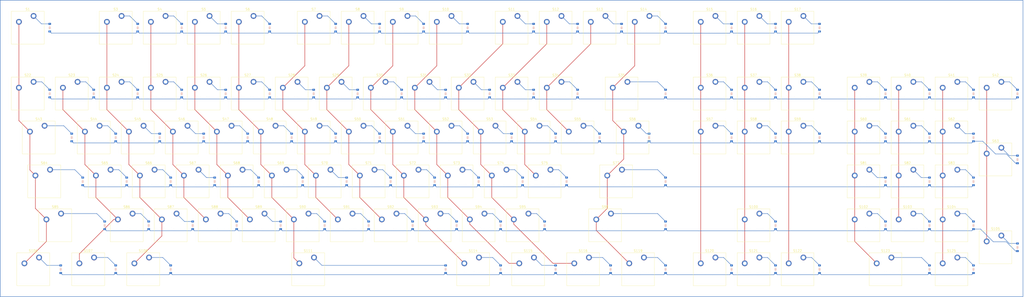
<source format=kicad_pcb>
(kicad_pcb (version 20241229) (generator "pcbnew") (generator_version "9.0")
  (layers (0 "F.Cu" signal) (2 "B.Cu" signal) (13 "F.Paste" user) (15 "B.Paste" user) (5 "F.SilkS" user "F.Silkscreen") (7 "B.SilkS" user "B.Silkscreen") (1 "F.Mask" user) (3 "B.Mask" user) (25 "Edge.Cuts" user))
  (net 0 "")
  (net 1 "Net-(D1-A)")
  (net 2 "Net-(D1-K)")
  (net 3 "Net-(D3-A)")
  (net 4 "Net-(D4-A)")
  (net 5 "Net-(D5-A)")
  (net 6 "Net-(D6-A)")
  (net 7 "Net-(D7-A)")
  (net 8 "Net-(D8-A)")
  (net 9 "Net-(D9-A)")
  (net 10 "Net-(D10-A)")
  (net 11 "Net-(D11-A)")
  (net 12 "Net-(D12-A)")
  (net 13 "Net-(D13-A)")
  (net 14 "Net-(D14-A)")
  (net 15 "Net-(D15-A)")
  (net 16 "Net-(D16-A)")
  (net 17 "Net-(D17-A)")
  (net 18 "Net-(D22-K)")
  (net 19 "Net-(D22-A)")
  (net 20 "Net-(D23-A)")
  (net 21 "Net-(D24-A)")
  (net 22 "Net-(D25-A)")
  (net 23 "Net-(D26-A)")
  (net 24 "Net-(D27-A)")
  (net 25 "Net-(D28-A)")
  (net 26 "Net-(D29-A)")
  (net 27 "Net-(D30-A)")
  (net 28 "Net-(D31-A)")
  (net 29 "Net-(D32-A)")
  (net 30 "Net-(D33-A)")
  (net 31 "Net-(D34-A)")
  (net 32 "Net-(D35-A)")
  (net 33 "Net-(D36-A)")
  (net 34 "Net-(D37-A)")
  (net 35 "Net-(D38-A)")
  (net 36 "Net-(D39-A)")
  (net 37 "Net-(D40-A)")
  (net 38 "Net-(D41-A)")
  (net 39 "Net-(D42-A)")
  (net 40 "Net-(D43-A)")
  (net 41 "Net-(D43-K)")
  (net 42 "Net-(D44-A)")
  (net 43 "Net-(D45-A)")
  (net 44 "Net-(D46-A)")
  (net 45 "Net-(D47-A)")
  (net 46 "Net-(D48-A)")
  (net 47 "Net-(D49-A)")
  (net 48 "Net-(D50-A)")
  (net 49 "Net-(D51-A)")
  (net 50 "Net-(D52-A)")
  (net 51 "Net-(D53-A)")
  (net 52 "Net-(D54-A)")
  (net 53 "Net-(D55-A)")
  (net 54 "Net-(D56-A)")
  (net 55 "Net-(D57-A)")
  (net 56 "Net-(D58-A)")
  (net 57 "Net-(D59-A)")
  (net 58 "Net-(D60-A)")
  (net 59 "Net-(D61-A)")
  (net 60 "Net-(D62-A)")
  (net 61 "Net-(D63-A)")
  (net 62 "Net-(D64-K)")
  (net 63 "Net-(D64-A)")
  (net 64 "Net-(D65-A)")
  (net 65 "Net-(D66-A)")
  (net 66 "Net-(D67-A)")
  (net 67 "Net-(D68-A)")
  (net 68 "Net-(D69-A)")
  (net 69 "Net-(D70-A)")
  (net 70 "Net-(D71-A)")
  (net 71 "Net-(D72-A)")
  (net 72 "Net-(D73-A)")
  (net 73 "Net-(D74-A)")
  (net 74 "Net-(D75-A)")
  (net 75 "Net-(D77-A)")
  (net 76 "Net-(D81-A)")
  (net 77 "Net-(D82-A)")
  (net 78 "Net-(D83-A)")
  (net 79 "Net-(D85-A)")
  (net 80 "Net-(D100-K)")
  (net 81 "Net-(D86-A)")
  (net 82 "Net-(D87-A)")
  (net 83 "Net-(D88-A)")
  (net 84 "Net-(D89-A)")
  (net 85 "Net-(D90-A)")
  (net 86 "Net-(D91-A)")
  (net 87 "Net-(D92-A)")
  (net 88 "Net-(D93-A)")
  (net 89 "Net-(D94-A)")
  (net 90 "Net-(D95-A)")
  (net 91 "Net-(D98-A)")
  (net 92 "Net-(D100-A)")
  (net 93 "Net-(D102-A)")
  (net 94 "Net-(D103-A)")
  (net 95 "Net-(D104-A)")
  (net 96 "Net-(D105-A)")
  (net 97 "Net-(D106-K)")
  (net 98 "Net-(D106-A)")
  (net 99 "Net-(D107-A)")
  (net 100 "Net-(D108-A)")
  (net 101 "Net-(D111-A)")
  (net 102 "Net-(D114-A)")
  (net 103 "Net-(D115-A)")
  (net 104 "Net-(D116-A)")
  (net 105 "Net-(D119-A)")
  (net 106 "Net-(D120-A)")
  (net 107 "Net-(D121-A)")
  (net 108 "Net-(D122-A)")
  (net 109 "Net-(D123-A)")
  (net 110 "Net-(D125-A)")
  (net 111 "Net-(S1-Pad1)")
  (net 112 "Net-(S108-Pad1)")
  (net 113 "Net-(S25-Pad1)")
  (net 114 "Net-(S26-Pad1)")
  (net 115 "Net-(S111-Pad1)")
  (net 116 "Net-(S28-Pad1)")
  (net 117 "Net-(S29-Pad1)")
  (net 118 "Net-(S114-Pad1)")
  (net 119 "Net-(S10-Pad1)")
  (net 120 "Net-(S11-Pad1)")
  (net 121 "Net-(S12-Pad1)")
  (net 122 "Net-(S13-Pad1)")
  (net 123 "Net-(S119-Pad1)")
  (net 124 "Net-(S120-Pad1)")
  (net 125 "Net-(S100-Pad1)")
  (net 126 "Net-(S122-Pad1)")
  (net 127 "Net-(S107-Pad1)")
  (net 128 "Net-(S102-Pad1)")
  (net 129 "Net-(S103-Pad1)")
  (net 130 "Net-(S104-Pad1)")
  (net 131 "Net-(S105-Pad1)")
  (footprint "ScottoKeebs_MX:MX_PCB_1.00u" (layer "F.Cu") (at 145.25625 21.43125)
    (property "Reference" "S7")
    (property "Value" "Keyswitch")
  )
  (footprint "ScottoKeebs_MX:MX_PCB_1.00u" (layer "F.Cu") (at 316.70625 21.43125)
    (property "Reference" "S15")
    (property "Value" "Keyswitch")
  )
  (footprint "ScottoKeebs_MX:MX_PCB_1.00u" (layer "F.Cu") (at 21.43125 50.00625)
    (property "Reference" "S22")
    (property "Value" "Keyswitch")
  )
  (footprint "ScottoKeebs_MX:MX_PCB_2.25u" (layer "F.Cu") (at 276.225 88.10625)
    (property "Reference" "S77")
    (property "Value" "Keyswitch")
  )
  (footprint "ScottoKeebs_MX:MX_PCB_2.00u_90deg" (layer "F.Cu") (at 440.53125 116.68125)
    (property "Reference" "S105")
    (property "Value" "Keyswitch")
  )
  (footprint "ScottoKeebs_MX:MX_PCB_1.00u" (layer "F.Cu") (at 335.75625 21.43125)
    (property "Reference" "S16")
    (property "Value" "Keyswitch")
  )
  (footprint "ScottoKeebs_MX:MX_PCB_2.75u" (layer "F.Cu") (at 271.4625 107.15625)
    (property "Reference" "S98")
    (property "Value" "Keyswitch")
  )
  (footprint "ScottoKeebs_MX:MX_PCB_1.00u" (layer "F.Cu") (at 83.34375 107.15625)
    (property "Reference" "S87")
    (property "Value" "Keyswitch")
  )
  (footprint "ScottoKeebs_MX:MX_PCB_1.00u" (layer "F.Cu") (at 235.74375 107.15625)
    (property "Reference" "S95")
    (property "Value" "Keyswitch")
  )
  (footprint "ScottoKeebs_MX:MX_PCB_1.00u" (layer "F.Cu") (at 335.75625 126.20625)
    (property "Reference" "S121")
    (property "Value" "Keyswitch")
  )
  (footprint "ScottoKeebs_MX:MX_PCB_1.00u" (layer "F.Cu") (at 59.53125 21.43125)
    (property "Reference" "S3")
    (property "Value" "Keyswitch")
  )
  (footprint "ScottoKeebs_MX:MX_PCB_1.00u" (layer "F.Cu") (at 383.38125 69.05625)
    (property "Reference" "S60")
    (property "Value" "Keyswitch")
  )
  (footprint "ScottoKeebs_MX:MX_PCB_1.00u" (layer "F.Cu") (at 354.80625 126.20625)
    (property "Reference" "S122")
    (property "Value" "Keyswitch")
  )
  (footprint "ScottoKeebs_MX:MX_PCB_1.00u" (layer "F.Cu") (at 183.35625 21.43125)
    (property "Reference" "S9")
    (property "Value" "Keyswitch")
  )
  (footprint "ScottoKeebs_MX:MX_PCB_1.00u" (layer "F.Cu") (at 259.55625 69.05625)
    (property "Reference" "S55")
    (property "Value" "Keyswitch")
  )
  (footprint "ScottoKeebs_MX:MX_PCB_1.00u" (layer "F.Cu") (at 402.43125 107.15625)
    (property "Reference" "S103")
    (property "Value" "Keyswitch")
  )
  (footprint "ScottoKeebs_MX:MX_PCB_1.00u" (layer "F.Cu") (at 402.43125 50.00625)
    (property "Reference" "S40")
    (property "Value" "Keyswitch")
  )
  (footprint "ScottoKeebs_MX:MX_PCB_1.00u" (layer "F.Cu") (at 92.86875 88.10625)
    (property "Reference" "S67")
    (property "Value" "Keyswitch")
  )
  (footprint "ScottoKeebs_MX:MX_PCB_1.00u" (layer "F.Cu") (at 421.48125 126.20625)
    (property "Reference" "S125")
    (property "Value" "Keyswitch")
  )
  (footprint "ScottoKeebs_MX:MX_PCB_1.00u" (layer "F.Cu") (at 97.63125 50.00625)
    (property "Reference" "S26")
    (property "Value" "Keyswitch")
  )
  (footprint "ScottoKeebs_MX:MX_PCB_1.25u" (layer "F.Cu") (at 261.9375 126.20625)
    (property "Reference" "S116")
    (property "Value" "Keyswitch")
  )
  (footprint "ScottoKeebs_MX:MX_PCB_1.00u" (layer "F.Cu") (at 226.21875 88.10625)
    (property "Reference" "S74")
    (property "Value" "Keyswitch")
  )
  (footprint "ScottoKeebs_MX:MX_PCB_1.25u" (layer "F.Cu") (at 23.8125 126.20625)
    (property "Reference" "S106")
    (property "Value" "Keyswitch")
  )
  (footprint "ScottoKeebs_MX:MX_PCB_1.00u" (layer "F.Cu") (at 402.43125 69.05625)
    (property "Reference" "S61")
    (property "Value" "Keyswitch")
  )
  (footprint "ScottoKeebs_MX:MX_PCB_1.00u" (layer "F.Cu") (at 107.15625 69.05625)
    (property "Reference" "S47")
    (property "Value" "Keyswitch")
  )
  (footprint "ScottoKeebs_MX:MX_PCB_1.25u" (layer "F.Cu") (at 214.3125 126.20625)
    (property "Reference" "S114")
    (property "Value" "Keyswitch")
  )
  (footprint "ScottoKeebs_MX:MX_PCB_1.00u" (layer "F.Cu") (at 402.43125 88.10625)
    (property "Reference" "S82")
    (property "Value" "Keyswitch")
  )
  (footprint "ScottoKeebs_MX:MX_PCB_1.00u" (layer "F.Cu") (at 88.10625 69.05625)
    (property "Reference" "S46")
    (property "Value" "Keyswitch")
  )
  (footprint "ScottoKeebs_MX:MX_PCB_1.00u" (layer "F.Cu") (at 202.40625 69.05625)
    (property "Reference" "S52")
    (property "Value" "Keyswitch")
  )
  (footprint "ScottoKeebs_MX:MX_PCB_1.00u" (layer "F.Cu") (at 230.98125 21.43125)
    (property "Reference" "S11")
    (property "Value" "Keyswitch")
  )
  (footprint "ScottoKeebs_MX:MX_PCB_1.00u" (layer "F.Cu") (at 73.81875 88.10625)
    (property "Reference" "S66")
    (property "Value" "Keyswitch")
  )
  (footprint "ScottoKeebs_MX:MX_PCB_1.00u" (layer "F.Cu") (at 245.26875 88.10625)
    (property "Reference" "S75")
    (property "Value" "Keyswitch")
  )
  (footprint "ScottoKeebs_MX:MX_PCB_1.00u" (layer "F.Cu") (at 145.25625 69.05625)
    (property "Reference" "S49")
    (property "Value" "Keyswitch")
  )
  (footprint "ScottoKeebs_MX:MX_PCB_1.25u" (layer "F.Cu") (at 238.125 126.20625)
    (property "Reference" "S115")
    (property "Value" "Keyswitch")
  )
  (footprint "ScottoKeebs_MX:MX_PCB_1.00u" (layer "F.Cu") (at 421.48125 69.05625)
    (property "Reference" "S62")
    (property "Value" "Keyswitch")
  )
  (footprint "ScottoKeebs_MX:MX_PCB_1.00u" (layer "F.Cu") (at 183.35625 69.05625)
    (property "Reference" "S51")
    (property "Value" "Keyswitch")
  )
  (footprint "ScottoKeebs_MX:MX_PCB_1.00u" (layer "F.Cu") (at 78.58125 21.43125)
    (property "Reference" "S4")
    (property "Value" "Keyswitch")
  )
  (footprint "ScottoKeebs_MX:MX_PCB_1.00u" (layer "F.Cu") (at 440.53125 50.00625)
    (property "Reference" "S42")
    (property "Value" "Keyswitch")
  )
  (footprint "ScottoKeebs_MX:MX_PCB_1.00u" (layer "F.Cu") (at 178.59375 107.15625)
    (property "Reference" "S92")
    (property "Value" "Keyswitch")
  )
  (footprint "ScottoKeebs_MX:MX_PCB_1.00u" (layer "F.Cu") (at 250.03125 21.43125)
    (property "Reference" "S12")
    (property "Value" "Keyswitch")
  )
  (footprint "ScottoKeebs_MX:MX_PCB_1.00u" (layer "F.Cu") (at 383.38125 50.00625)
    (property "Reference" "S39")
    (property "Value" "Keyswitch")
  )
  (footprint "ScottoKeebs_MX:MX_PCB_2.00u_90deg" (layer "F.Cu") (at 440.53125 78.58125)
    (property "Reference" "S63")
    (property "Value" "Keyswitch")
  )
  (footprint "ScottoKeebs_MX:MX_PCB_1.00u" (layer "F.Cu") (at 40.48125 50.00625)
    (property "Reference" "S23")
    (property "Value" "Keyswitch")
  )
  (footprint "ScottoKeebs_MX:MX_PCB_1.00u" (layer "F.Cu") (at 50.00625 69.05625)
    (property "Reference" "S44")
    (property "Value" "Keyswitch")
  )
  (footprint "ScottoKeebs_MX:MX_PCB_1.00u" (layer "F.Cu") (at 159.54375 107.15625)
    (property "Reference" "S91")
    (property "Value" "Keyswitch")
  )
  (footprint "ScottoKeebs_MX:MX_PCB_1.00u" (layer "F.Cu") (at 121.44375 107.15625)
    (property "Reference" "S89")
    (property "Value" "Keyswitch")
  )
  (footprint "ScottoKeebs_MX:MX_PCB_1.00u" (layer "F.Cu") (at 383.38125 88.10625)
    (property "Reference" "S81")
    (property "Value" "Keyswitch")
  )
  (footprint "ScottoKeebs_MX:MX_PCB_1.25u" (layer "F.Cu") (at 71.4375 126.20625)
    (property "Reference" "S108")
    (property "Value" "Keyswitch")
  )
  (footprint "ScottoKeebs_MX:MX_PCB_1.00u" (layer "F.Cu") (at 116.68125 50.00625)
    (property "Reference" "S27")
    (property "Value" "Keyswitch")
  )
  (footprint "ScottoKeebs_MX:MX_PCB_1.00u" (layer "F.Cu") (at 111.91875 88.10625)
    (property "Reference" "S68")
    (property "Value" "Keyswitch")
  )
  (footprint "ScottoKeebs_MX:MX_PCB_2.25u" (layer "F.Cu") (at 33.3375 107.15625)
    (property "Reference" "S85")
    (property "Value" "Keyswitch")
  )
  (footprint "ScottoKeebs_MX:MX_PCB_1.00u" (layer "F.Cu") (at 240.50625 69.05625)
    (property "Reference" "S54")
    (property "Value" "Keyswitch")
  )
  (footprint "ScottoKeebs_MX:MX_PCB_1.00u" (layer "F.Cu") (at 230.98125 50.00625)
    (property "Reference" "S33")
    (property "Value" "Keyswitch")
  )
  (footprint "ScottoKeebs_MX:MX_PCB_1.00u" (layer "F.Cu") (at 354.80625 50.00625)
    (property "Reference" "S38")
    (property "Value" "Keyswitch")
  )
  (footprint "ScottoKeebs_MX:MX_PCB_1.00u" (layer "F.Cu") (at 216.69375 107.15625)
    (property "Reference" "S94")
    (property "Value" "Keyswitch")
  )
  (footprint "ScottoKeebs_MX:MX_PCB_1.00u" (layer "F.Cu") (at 316.70625 69.05625)
    (property "Reference" "S57")
    (property "Value" "Keyswitch")
  )
  (footprint "ScottoKeebs_MX:MX_PCB_1.00u" (layer "F.Cu") (at 54.76875 88.10625)
    (property "Reference" "S65")
    (property "Value" "Keyswitch")
  )
  (footprint "ScottoKeebs_MX:MX_PCB_1.00u" (layer "F.Cu") (at 116.68125 21.43125)
    (property "Reference" "S6")
    (property "Value" "Keyswitch")
  )
  (footprint "ScottoKeebs_MX:MX_PCB_1.00u" (layer "F.Cu") (at 421.48125 88.10625)
    (property "Reference" "S83")
    (property "Value" "Keyswitch")
  )
  (footprint "ScottoKeebs_MX:MX_PCB_1.00u" (layer "F.Cu") (at 202.40625 21.43125)
    (property "Reference" "S10")
    (property "Value" "Keyswitch")
  )
  (footprint "ScottoKeebs_MX:MX_PCB_1.00u" (layer "F.Cu") (at 354.80625 21.43125)
    (property "Reference" "S17")
    (property "Value" "Keyswitch")
  )
  (footprint "ScottoKeebs_MX:MX_PCB_2.00u" (layer "F.Cu") (at 278.60625 50.00625)
    (property "Reference" "S35")
    (property "Value" "Keyswitch")
  )
  (footprint "ScottoKeebs_MX:MX_PCB_1.00u" (layer "F.Cu") (at 197.64375 107.15625)
    (property "Reference" "S93")
    (property "Value" "Keyswitch")
  )
  (footprint "ScottoKeebs_MX:MX_PCB_1.00u" (layer "F.Cu") (at 421.48125 107.15625)
    (property "Reference" "S104")
    (property "Value" "Keyswitch")
  )
  (footprint "ScottoKeebs_MX:MX_PCB_1.00u" (layer "F.Cu") (at 335.75625 69.05625)
    (property "Reference" "S58")
    (property "Value" "Keyswitch")
  )
  (footprint "ScottoKeebs_MX:MX_PCB_1.00u" (layer "F.Cu") (at 173.83125 50.00625)
    (property "Reference" "S30")
    (property "Value" "Keyswitch")
  )
  (footprint "ScottoKeebs_MX:MX_PCB_1.00u" (layer "F.Cu") (at 97.63125 21.43125)
    (property "Reference" "S5")
    (property "Value" "Keyswitch")
  )
  (footprint "ScottoKeebs_MX:MX_PCB_1.00u" (layer "F.Cu") (at 316.70625 126.20625)
    (property "Reference" "S120")
    (property "Value" "Keyswitch")
  )
  (footprint "ScottoKeebs_MX:MX_PCB_1.00u" (layer "F.Cu") (at 354.80625 69.05625)
    (property "Reference" "S59")
    (property "Value" "Keyswitch")
  )
  (footprint "ScottoKeebs_MX:MX_PCB_1.00u" (layer "F.Cu") (at 207.16875 88.10625)
    (property "Reference" "S73")
    (property "Value" "Keyswitch")
  )
  (footprint "ScottoKeebs_MX:MX_PCB_1.00u" (layer "F.Cu") (at 221.45625 69.05625)
    (property "Reference" "S53")
    (property "Value" "Keyswitch")
  )
  (footprint "ScottoKeebs_MX:MX_PCB_1.00u" (layer "F.Cu") (at 130.96875 88.10625)
    (property "Reference" "S69")
    (property "Value" "Keyswitch")
  )
  (footprint "ScottoKeebs_MX:MX_PCB_1.00u" (layer "F.Cu") (at 335.75625 50.00625)
    (property "Reference" "S37")
    (property "Value" "Keyswitch")
  )
  (footprint "ScottoKeebs_MX:MX_PCB_1.00u" (layer "F.Cu") (at 288.13125 21.43125)
    (property "Reference" "S14")
    (property "Value" "Keyswitch")
  )
  (footprint "ScottoKeebs_MX:MX_PCB_1.00u" (layer "F.Cu") (at 316.70625 50.00625)
    (property "Reference" "S36")
    (property "Value" "Keyswitch")
  )
  (footprint "ScottoKeebs_MX:MX_PCB_1.00u" (layer "F.Cu") (at 164.30625 21.43125)
    (property "Reference" "S8")
    (property "Value" "Keyswitch")
  )
  (footprint "ScottoKeebs_MX:MX_PCB_1.75u" (layer "F.Cu") (at 28.575 88.10625)
    (property "Reference" "S64")
    (property "Value" "Keyswitch")
  )
  (footprint "ScottoKeebs_MX:MX_PCB_1.00u" (layer "F.Cu") (at 269.08125 21.43125)
    (property "Reference" "S13")
    (property "Value" "Keyswitch")
  )
  (footprint "ScottoKeebs_MX:MX_PCB_1.00u" (layer "F.Cu") (at 188.11875 88.10625)
    (property "Reference" "S72")
    (property "Value" "Keyswitch")
  )
  (footprint "ScottoKeebs_MX:MX_PCB_1.00u" (layer "F.Cu") (at 126.20625 69.05625)
    (property "Reference" "S48")
    (property "Value" "Keyswitch")
  )
  (footprint "ScottoKeebs_MX:MX_PCB_1.00u" (layer "F.Cu") (at 102.39375 107.15625)
    (property "Reference" "S88")
    (property "Value" "Keyswitch")
  )
  (footprint "ScottoKeebs_MX:MX_PCB_1.00u" (layer "F.Cu") (at 69.05625 69.05625)
    (property "Reference" "S45")
    (property "Value" "Keyswitch")
  )
  (footprint "ScottoKeebs_MX:MX_PCB_1.00u" (layer "F.Cu") (at 154.78125 50.00625)
    (property "Reference" "S29")
    (property "Value" "Keyswitch")
  )
  (footprint "ScottoKeebs_MX:MX_PCB_1.00u" (layer "F.Cu") (at 150.01875 88.10625)
    (property "Reference" "S70")
    (property "Value" "Keyswitch")
  )
  (footprint "ScottoKeebs_MX:MX_PCB_1.00u" (layer "F.Cu") (at 164.30625 69.05625)
    (property "Reference" "S50")
    (property "Value" "Keyswitch")
  )
  (footprint "ScottoKeebs_MX:MX_PCB_2.00u" (layer "F.Cu") (at 392.90625 126.20625)
    (property "Reference" "S123")
    (property "Value" "Keyswitch")
  )
  (footprint "ScottoKeebs_MX:MX_PCB_1.00u" (layer "F.Cu") (at 192.88125 50.00625)
    (property "Reference" "S31")
    (property "Value" "Keyswitch")
  )
  (footprint "ScottoKeebs_MX:MX_PCB_1.00u" (layer "F.Cu") (at 140.49375 107.15625)
    (property "Reference" "S90")
    (property "Value" "Keyswitch")
  )
  (footprint "ScottoKeebs_MX:MX_PCB_1.00u" (layer "F.Cu") (at 64.29375 107.15625)
    (property "Reference" "S86")
    (property "Value" "Keyswitch")
  )
  (footprint "ScottoKeebs_MX:MX_PCB_1.00u" (layer "F.Cu") (at 59.53125 50.00625)
    (property "Reference" "S24")
    (property "Value" "Keyswitch")
  )
  (footprint "ScottoKeebs_MX:MX_PCB_1.00u" (layer "F.Cu") (at 335.75625 107.15625)
    (property "Reference" "S100")
    (property "Value" "Keyswitch")
  )
  (footprint "ScottoKeebs_MX:MX_PCB_1.50u" (layer "F.Cu") (at 283.36875 69.05625)
    (property "Reference" "S56")
    (property "Value" "Keyswitch")
  )
  (footprint "ScottoKeebs_MX:MX_PCB_1.50u" (layer "F.Cu") (at 26.19375 69.05625)
    (property "Reference" "S43")
    (property "Value" "Keyswitch")
  )
  (footprint "ScottoKeebs_MX:MX_PCB_1.00u" (layer "F.Cu") (at 211.93125 50.00625)
    (property "Reference" "S32")
    (property "Value" "Keyswitch")
  )
  (footprint "ScottoKeebs_MX:MX_PCB_1.25u" (layer "F.Cu") (at 285.75 126.20625)
    (property "Reference" "S119")
    (property "Value" "Keyswitch")
  )
  (footprint "ScottoKeebs_MX:MX_PCB_1.00u" (layer "F.Cu") (at 421.48125 50.00625)
    (property "Reference" "S41")
    (property "Value" "Keyswitch")
  )
  (footprint "ScottoKeebs_MX:MX_PCB_1.00u" (layer "F.Cu") (at 169.06875 88.10625)
    (property "Reference" "S71")
    (property "Value" "Keyswitch")
  )
  (footprint "ScottoKeebs_MX:MX_PCB_1.00u" (layer "F.Cu") (at 250.03125 50.00625)
    (property "Reference" "S34")
    (property "Value" "Keyswitch")
  )
  (footprint "ScottoKeebs_MX:MX_PCB_1.00u" (layer "F.Cu") (at 21.43125 21.43125)
    (property "Reference" "S1")
    (property "Value" "Keyswitch")
  )
  (footprint "ScottoKeebs_MX:MX_PCB_1.00u" (layer "F.Cu") (at 135.73125 50.00625)
    (property "Reference" "S28")
    (property "Value" "Keyswitch")
  )
  (footprint "ScottoKeebs_MX:MX_PCB_6.25u" (layer "F.Cu") (at 142.875 126.20625)
    (property "Reference" "S111")
    (property "Value" "Keyswitch")
  )
  (footprint "ScottoKeebs_MX:MX_PCB_1.25u" (layer "F.Cu") (at 47.625 126.20625)
    (property "Reference" "S107")
    (property "Value" "Keyswitch")
  )
  (footprint "ScottoKeebs_MX:MX_PCB_1.00u" (layer "F.Cu") (at 383.38125 107.15625)
    (property "Reference" "S102")
    (property "Value" "Keyswitch")
  )
  (footprint "ScottoKeebs_MX:MX_PCB_1.00u" (layer "F.Cu") (at 78.58125 50.00625)
    (property "Reference" "S25")
    (property "Value" "Keyswitch")
  )
  (footprint "ScottoKeebs_Components:Diode_SOD-123" (layer "B.Cu") (at 278.60625 21.43125 90)
    (property "Reference" "D13" (hide yes))
    (property "Value" "Diode")
  )
  (footprint "ScottoKeebs_Components:Diode_SOD-123" (layer "B.Cu") (at 226.21875 107.15625 90)
    (property "Reference" "D94" (hide yes))
    (property "Value" "Diode")
  )
  (footprint "ScottoKeebs_Components:Diode_SOD-123" (layer "B.Cu") (at 326.23125 21.43125 90)
    (property "Reference" "D15" (hide yes))
    (property "Value" "Diode")
  )
  (footprint "ScottoKeebs_Components:Diode_SOD-123" (layer "B.Cu") (at 97.63125 69.05625 90)
    (property "Reference" "D46" (hide yes))
    (property "Value" "Diode")
  )
  (footprint "ScottoKeebs_Components:Diode_SOD-123" (layer "B.Cu") (at 392.90625 69.05625 90)
    (property "Reference" "D60" (hide yes))
    (property "Value" "Diode")
  )
  (footprint "ScottoKeebs_Components:Diode_SOD-123" (layer "B.Cu") (at 40.48125 69.05625 90)
    (property "Reference" "D43" (hide yes))
    (property "Value" "Diode")
  )
  (footprint "ScottoKeebs_Components:Diode_SOD-123" (layer "B.Cu") (at 411.95625 126.20625 90)
    (property "Reference" "D123" (hide yes))
    (property "Value" "Diode")
  )
  (footprint "ScottoKeebs_Components:Diode_SOD-123" (layer "B.Cu") (at 78.58125 69.05625 90)
    (property "Reference" "D45" (hide yes))
    (property "Value" "Diode")
  )
  (footprint "ScottoKeebs_Components:Diode_SOD-123" (layer "B.Cu") (at 154.78125 21.43125 90)
    (property "Reference" "D7" (hide yes))
    (property "Value" "Diode")
  )
  (footprint "ScottoKeebs_Components:Diode_SOD-123" (layer "B.Cu") (at 431.00625 126.20625 90)
    (property "Reference" "D125" (hide yes))
    (property "Value" "Diode")
  )
  (footprint "ScottoKeebs_Components:Diode_SOD-123" (layer "B.Cu") (at 211.93125 21.43125 90)
    (property "Reference" "D10" (hide yes))
    (property "Value" "Diode")
  )
  (footprint "ScottoKeebs_Components:Diode_SOD-123" (layer "B.Cu") (at 192.88125 69.05625 90)
    (property "Reference" "D51" (hide yes))
    (property "Value" "Diode")
  )
  (footprint "ScottoKeebs_Components:Diode_SOD-123" (layer "B.Cu") (at 250.03125 69.05625 90)
    (property "Reference" "D54" (hide yes))
    (property "Value" "Diode")
  )
  (footprint "ScottoKeebs_Components:Diode_SOD-123" (layer "B.Cu") (at 326.23125 126.20625 90)
    (property "Reference" "D120" (hide yes))
    (property "Value" "Diode")
  )
  (footprint "ScottoKeebs_Components:Diode_SOD-123" (layer "B.Cu") (at 116.68125 69.05625 90)
    (property "Reference" "D47" (hide yes))
    (property "Value" "Diode")
  )
  (footprint "ScottoKeebs_Components:Diode_SOD-123" (layer "B.Cu") (at 150.01875 107.15625 90)
    (property "Reference" "D90" (hide yes))
    (property "Value" "Diode")
  )
  (footprint "ScottoKeebs_Components:Diode_SOD-123" (layer "B.Cu") (at 169.06875 107.15625 90)
    (property "Reference" "D91" (hide yes))
    (property "Value" "Diode")
  )
  (footprint "ScottoKeebs_Components:Diode_SOD-123" (layer "B.Cu") (at 226.21875 126.20625 90)
    (property "Reference" "D114" (hide yes))
    (property "Value" "Diode")
  )
  (footprint "ScottoKeebs_Components:Diode_SOD-123" (layer "B.Cu") (at 431.00625 69.05625 90)
    (property "Reference" "D62" (hide yes))
    (property "Value" "Diode")
  )
  (footprint "ScottoKeebs_Components:Diode_SOD-123" (layer "B.Cu") (at 392.90625 107.15625 90)
    (property "Reference" "D102" (hide yes))
    (property "Value" "Diode")
  )
  (footprint "ScottoKeebs_Components:Diode_SOD-123" (layer "B.Cu") (at 126.20625 21.43125 90)
    (property "Reference" "D6" (hide yes))
    (property "Value" "Diode")
  )
  (footprint "ScottoKeebs_Components:Diode_SOD-123" (layer "B.Cu") (at 130.96875 107.15625 90)
    (property "Reference" "D89" (hide yes))
    (property "Value" "Diode")
  )
  (footprint "ScottoKeebs_Components:Diode_SOD-123" (layer "B.Cu") (at 135.73125 69.05625 90)
    (property "Reference" "D48" (hide yes))
    (property "Value" "Diode")
  )
  (footprint "ScottoKeebs_Components:Diode_SOD-123" (layer "B.Cu") (at 111.91875 107.15625 90)
    (property "Reference" "D88" (hide yes))
    (property "Value" "Diode")
  )
  (footprint "ScottoKeebs_Components:Diode_SOD-123" (layer "B.Cu") (at 345.28125 107.15625 90)
    (property "Reference" "D100" (hide yes))
    (property "Value" "Diode")
  )
  (footprint "ScottoKeebs_Components:Diode_SOD-123" (layer "B.Cu") (at 83.34375 88.10625 90)
    (property "Reference" "D66" (hide yes))
    (property "Value" "Diode")
  )
  (footprint "ScottoKeebs_Components:Diode_SOD-123" (layer "B.Cu") (at 83.34375 126.20625 90)
    (property "Reference" "D108" (hide yes))
    (property "Value" "Diode")
  )
  (footprint "ScottoKeebs_Components:Diode_SOD-123" (layer "B.Cu") (at 269.08125 69.05625 90)
    (property "Reference" "D55" (hide yes))
    (property "Value" "Diode")
  )
  (footprint "ScottoKeebs_Components:Diode_SOD-123" (layer "B.Cu") (at 411.95625 107.15625 90)
    (property "Reference" "D103" (hide yes))
    (property "Value" "Diode")
  )
  (footprint "ScottoKeebs_Components:Diode_SOD-123" (layer "B.Cu") (at 450.05625 78.58125 90)
    (property "Reference" "D63" (hide yes))
    (property "Value" "Diode")
  )
  (footprint "ScottoKeebs_Components:Diode_SOD-123" (layer "B.Cu") (at 211.93125 69.05625 90)
    (property "Reference" "D52" (hide yes))
    (property "Value" "Diode")
  )
  (footprint "ScottoKeebs_Components:Diode_SOD-123" (layer "B.Cu") (at 345.28125 21.43125 90)
    (property "Reference" "D16" (hide yes))
    (property "Value" "Diode")
  )
  (footprint "ScottoKeebs_Components:Diode_SOD-123" (layer "B.Cu") (at 259.55625 21.43125 90)
    (property "Reference" "D12" (hide yes))
    (property "Value" "Diode")
  )
  (footprint "ScottoKeebs_Components:Diode_SOD-123" (layer "B.Cu") (at 207.16875 107.15625 90)
    (property "Reference" "D93" (hide yes))
    (property "Value" "Diode")
  )
  (footprint "ScottoKeebs_Components:Diode_SOD-123" (layer "B.Cu") (at 297.65625 107.15625 90)
    (property "Reference" "D98" (hide yes))
    (property "Value" "Diode")
  )
  (footprint "ScottoKeebs_Components:Diode_SOD-123" (layer "B.Cu") (at 364.33125 50.00625 90)
    (property "Reference" "D38" (hide yes))
    (property "Value" "Diode")
  )
  (footprint "ScottoKeebs_Components:Diode_SOD-123" (layer "B.Cu") (at 73.81875 107.15625 90)
    (property "Reference" "D86" (hide yes))
    (property "Value" "Diode")
  )
  (footprint "ScottoKeebs_Components:Diode_SOD-123" (layer "B.Cu") (at 297.65625 126.20625 90)
    (property "Reference" "D119" (hide yes))
    (property "Value" "Diode")
  )
  (footprint "ScottoKeebs_Components:Diode_SOD-123" (layer "B.Cu") (at 364.33125 126.20625 90)
    (property "Reference" "D122" (hide yes))
    (property "Value" "Diode")
  )
  (footprint "ScottoKeebs_Components:Diode_SOD-123" (layer "B.Cu") (at 54.76875 107.15625 90)
    (property "Reference" "D85" (hide yes))
    (property "Value" "Diode")
  )
  (footprint "ScottoKeebs_Components:Diode_SOD-123" (layer "B.Cu") (at 221.45625 50.00625 90)
    (property "Reference" "D32" (hide yes))
    (property "Value" "Diode")
  )
  (footprint "ScottoKeebs_Components:Diode_SOD-123" (layer "B.Cu") (at 411.95625 88.10625 90)
    (property "Reference" "D82" (hide yes))
    (property "Value" "Diode")
  )
  (footprint "ScottoKeebs_Components:Diode_SOD-123" (layer "B.Cu") (at 121.44375 88.10625 90)
    (property "Reference" "D68" (hide yes))
    (property "Value" "Diode")
  )
  (footprint "ScottoKeebs_Components:Diode_SOD-123" (layer "B.Cu") (at 173.83125 69.05625 90)
    (property "Reference" "D50" (hide yes))
    (property "Value" "Diode")
  )
  (footprint "ScottoKeebs_Components:Diode_SOD-123" (layer "B.Cu") (at 364.33125 21.43125 90)
    (property "Reference" "D17" (hide yes))
    (property "Value" "Diode")
  )
  (footprint "ScottoKeebs_Components:Diode_SOD-123" (layer "B.Cu") (at 64.29375 88.10625 90)
    (property "Reference" "D65" (hide yes))
    (property "Value" "Diode")
  )
  (footprint "ScottoKeebs_Components:Diode_SOD-123" (layer "B.Cu") (at 345.28125 126.20625 90)
    (property "Reference" "D121" (hide yes))
    (property "Value" "Diode")
  )
  (footprint "ScottoKeebs_Components:Diode_SOD-123" (layer "B.Cu") (at 178.59375 88.10625 90)
    (property "Reference" "D71" (hide yes))
    (property "Value" "Diode")
  )
  (footprint "ScottoKeebs_Components:Diode_SOD-123" (layer "B.Cu") (at 59.53125 69.05625 90)
    (property "Reference" "D44" (hide yes))
    (property "Value" "Diode")
  )
  (footprint "ScottoKeebs_Components:Diode_SOD-123" (layer "B.Cu") (at 45.24375 88.10625 90)
    (property "Reference" "D64" (hide yes))
    (property "Value" "Diode")
  )
  (footprint "ScottoKeebs_Components:Diode_SOD-123" (layer "B.Cu") (at 230.98125 69.05625 90)
    (property "Reference" "D53" (hide yes))
    (property "Value" "Diode")
  )
  (footprint "ScottoKeebs_Components:Diode_SOD-123" (layer "B.Cu") (at 364.33125 69.05625 90)
    (property "Reference" "D59" (hide yes))
    (property "Value" "Diode")
  )
  (footprint "ScottoKeebs_Components:Diode_SOD-123" (layer "B.Cu") (at 188.11875 107.15625 90)
    (property "Reference" "D92" (hide yes))
    (property "Value" "Diode")
  )
  (footprint "ScottoKeebs_Components:Diode_SOD-123" (layer "B.Cu") (at 197.64375 88.10625 90)
    (property "Reference" "D72" (hide yes))
    (property "Value" "Diode")
  )
  (footprint "ScottoKeebs_Components:Diode_SOD-123" (layer "B.Cu") (at 297.65625 88.10625 90)
    (property "Reference" "D77" (hide yes))
    (property "Value" "Diode")
  )
  (footprint "ScottoKeebs_Components:Diode_SOD-123" (layer "B.Cu") (at 431.00625 88.10625 90)
    (property "Reference" "D83" (hide yes))
    (property "Value" "Diode")
  )
  (footprint "ScottoKeebs_Components:Diode_SOD-123" (layer "B.Cu") (at 250.03125 126.20625 90)
    (property "Reference" "D115" (hide yes))
    (property "Value" "Diode")
  )
  (footprint "ScottoKeebs_Components:Diode_SOD-123" (layer "B.Cu") (at 88.10625 50.00625 90)
    (property "Reference" "D25" (hide yes))
    (property "Value" "Diode")
  )
  (footprint "ScottoKeebs_Components:Diode_SOD-123" (layer "B.Cu") (at 245.26875 107.15625 90)
    (property "Reference" "D95" (hide yes))
    (property "Value" "Diode")
  )
  (footprint "ScottoKeebs_Components:Diode_SOD-123" (layer "B.Cu") (at 431.00625 50.00625 90)
    (property "Reference" "D41" (hide yes))
    (property "Value" "Diode")
  )
  (footprint "ScottoKeebs_Components:Diode_SOD-123" (layer "B.Cu") (at 297.65625 50.00625 90)
    (property "Reference" "D35" (hide yes))
    (property "Value" "Diode")
  )
  (footprint "ScottoKeebs_Components:Diode_SOD-123" (layer "B.Cu") (at 173.83125 21.43125 90)
    (property "Reference" "D8" (hide yes))
    (property "Value" "Diode")
  )
  (footprint "ScottoKeebs_Components:Diode_SOD-123" (layer "B.Cu") (at 450.05625 50.00625 90)
    (property "Reference" "D42" (hide yes))
    (property "Value" "Diode")
  )
  (footprint "ScottoKeebs_Components:Diode_SOD-123" (layer "B.Cu") (at 431.00625 107.15625 90)
    (property "Reference" "D104" (hide yes))
    (property "Value" "Diode")
  )
  (footprint "ScottoKeebs_Components:Diode_SOD-123" (layer "B.Cu") (at 107.15625 50.00625 90)
    (property "Reference" "D26" (hide yes))
    (property "Value" "Diode")
  )
  (footprint "ScottoKeebs_Components:Diode_SOD-123" (layer "B.Cu") (at 290.5125 69.05625 90)
    (property "Reference" "D56" (hide yes))
    (property "Value" "Diode")
  )
  (footprint "ScottoKeebs_Components:Diode_SOD-123" (layer "B.Cu") (at 326.23125 50.00625 90)
    (property "Reference" "D36" (hide yes))
    (property "Value" "Diode")
  )
  (footprint "ScottoKeebs_Components:Diode_SOD-123" (layer "B.Cu") (at 450.05625 116.68125 90)
    (property "Reference" "D105" (hide yes))
    (property "Value" "Diode")
  )
  (footprint "ScottoKeebs_Components:Diode_SOD-123" (layer "B.Cu") (at 50.00625 50.00625 90)
    (property "Reference" "D23" (hide yes))
    (property "Value" "Diode")
  )
  (footprint "ScottoKeebs_Components:Diode_SOD-123" (layer "B.Cu") (at 345.28125 69.05625 90)
    (property "Reference" "D58" (hide yes))
    (property "Value" "Diode")
  )
  (footprint "ScottoKeebs_Components:Diode_SOD-123" (layer "B.Cu") (at 69.05625 50.00625 90)
    (property "Reference" "D24" (hide yes))
    (property "Value" "Diode")
  )
  (footprint "ScottoKeebs_Components:Diode_SOD-123" (layer "B.Cu") (at 145.25625 50.00625 90)
    (property "Reference" "D28" (hide yes))
    (property "Value" "Diode")
  )
  (footprint "ScottoKeebs_Components:Diode_SOD-123" (layer "B.Cu") (at 126.20625 50.00625 90)
    (property "Reference" "D27" (hide yes))
    (property "Value" "Diode")
  )
  (footprint "ScottoKeebs_Components:Diode_SOD-123" (layer "B.Cu") (at 411.95625 69.05625 90)
    (property "Reference" "D61" (hide yes))
    (property "Value" "Diode")
  )
  (footprint "ScottoKeebs_Components:Diode_SOD-123" (layer "B.Cu") (at 159.54375 88.10625 90)
    (property "Reference" "D70" (hide yes))
    (property "Value" "Diode")
  )
  (footprint "ScottoKeebs_Components:Diode_SOD-123" (layer "B.Cu") (at 273.84375 126.20625 90)
    (property "Reference" "D116" (hide yes))
    (property "Value" "Diode")
  )
  (footprint "ScottoKeebs_Components:Diode_SOD-123" (layer "B.Cu") (at 235.74375 88.10625 90)
    (property "Reference" "D74" (hide yes))
    (property "Value" "Diode")
  )
  (footprint "ScottoKeebs_Components:Diode_SOD-123" (layer "B.Cu") (at 59.53125 126.20625 90)
    (property "Reference" "D107" (hide yes))
    (property "Value" "Diode")
  )
  (footprint "ScottoKeebs_Components:Diode_SOD-123" (layer "B.Cu") (at 107.15625 21.43125 90)
    (property "Reference" "D5" (hide yes))
    (property "Value" "Diode")
  )
  (footprint "ScottoKeebs_Components:Diode_SOD-123" (layer "B.Cu") (at 216.69375 88.10625 90)
    (property "Reference" "D73" (hide yes))
    (property "Value" "Diode")
  )
  (footprint "ScottoKeebs_Components:Diode_SOD-123" (layer "B.Cu") (at 35.71875 126.20625 90)
    (property "Reference" "D106" (hide yes))
    (property "Value" "Diode")
  )
  (footprint "ScottoKeebs_Components:Diode_SOD-123" (layer "B.Cu") (at 392.90625 50.00625 90)
    (property "Reference" "D39" (hide yes))
    (property "Value" "Diode")
  )
  (footprint "ScottoKeebs_Components:Diode_SOD-123" (layer "B.Cu") (at 411.95625 50.00625 90)
    (property "Reference" "D40" (hide yes))
    (property "Value" "Diode")
  )
  (footprint "ScottoKeebs_Components:Diode_SOD-123" (layer "B.Cu") (at 183.35625 50.00625 90)
    (property "Reference" "D30" (hide yes))
    (property "Value" "Diode")
  )
  (footprint "ScottoKeebs_Components:Diode_SOD-123" (layer "B.Cu") (at 92.86875 107.15625 90)
    (property "Reference" "D87" (hide yes))
    (property "Value" "Diode")
  )
  (footprint "ScottoKeebs_Components:Diode_SOD-123" (layer "B.Cu") (at 240.50625 21.43125 90)
    (property "Reference" "D11" (hide yes))
    (property "Value" "Diode")
  )
  (footprint "ScottoKeebs_Components:Diode_SOD-123" (layer "B.Cu") (at 164.30625 50.00625 90)
    (property "Reference" "D29" (hide yes))
    (property "Value" "Diode")
  )
  (footprint "ScottoKeebs_Components:Diode_SOD-123" (layer "B.Cu") (at 88.10625 21.43125 90)
    (property "Reference" "D4" (hide yes))
    (property "Value" "Diode")
  )
  (footprint "ScottoKeebs_Components:Diode_SOD-123" (layer "B.Cu") (at 192.88125 21.43125 90)
    (property "Reference" "D9" (hide yes))
    (property "Value" "Diode")
  )
  (footprint "ScottoKeebs_Components:Diode_SOD-123" (layer "B.Cu") (at 154.78125 69.05625 90)
    (property "Reference" "D49" (hide yes))
    (property "Value" "Diode")
  )
  (footprint "ScottoKeebs_Components:Diode_SOD-123" (layer "B.Cu") (at 259.55625 50.00625 90)
    (property "Reference" "D34" (hide yes))
    (property "Value" "Diode")
  )
  (footprint "ScottoKeebs_Components:Diode_SOD-123" (layer "B.Cu") (at 30.95625 50.00625 90)
    (property "Reference" "D22" (hide yes))
    (property "Value" "Diode")
  )
  (footprint "ScottoKeebs_Components:Diode_SOD-123" (layer "B.Cu") (at 69.05625 21.43125 90)
    (property "Reference" "D3" (hide yes))
    (property "Value" "Diode")
  )
  (footprint "ScottoKeebs_Components:Diode_SOD-123" (layer "B.Cu") (at 102.39375 88.10625 90)
    (property "Reference" "D67" (hide yes))
    (property "Value" "Diode")
  )
  (footprint "ScottoKeebs_Components:Diode_SOD-123" (layer "B.Cu") (at 254.79375 88.10625 90)
    (property "Reference" "D75" (hide yes))
    (property "Value" "Diode")
  )
  (footprint "ScottoKeebs_Components:Diode_SOD-123" (layer "B.Cu") (at 326.23125 69.05625 90)
    (property "Reference" "D57" (hide yes))
    (property "Value" "Diode")
  )
  (footprint "ScottoKeebs_Components:Diode_SOD-123" (layer "B.Cu") (at 240.50625 50.00625 90)
    (property "Reference" "D33" (hide yes))
    (property "Value" "Diode")
  )
  (footprint "ScottoKeebs_Components:Diode_SOD-123" (layer "B.Cu") (at 30.95625 21.43125 90)
    (property "Reference" "D1" (hide yes))
    (property "Value" "Diode")
  )
  (footprint "ScottoKeebs_Components:Diode_SOD-123" (layer "B.Cu") (at 140.49375 88.10625 90)
    (property "Reference" "D69" (hide yes))
    (property "Value" "Diode")
  )
  (footprint "ScottoKeebs_Components:Diode_SOD-123" (layer "B.Cu") (at 202.40625 126.20625 90)
    (property "Reference" "D111" (hide yes))
    (property "Value" "Diode")
  )
  (footprint "ScottoKeebs_Components:Diode_SOD-123" (layer "B.Cu") (at 345.28125 50.00625 90)
    (property "Reference" "D37" (hide yes))
    (property "Value" "Diode")
  )
  (footprint "ScottoKeebs_Components:Diode_SOD-123" (layer "B.Cu") (at 392.90625 88.10625 90)
    (property "Reference" "D81" (hide yes))
    (property "Value" "Diode")
  )
  (footprint "ScottoKeebs_Components:Diode_SOD-123" (layer "B.Cu") (at 202.40625 50.00625 90)
    (property "Reference" "D31" (hide yes))
    (property "Value" "Diode")
  )
  (footprint "ScottoKeebs_Components:Diode_SOD-123" (layer "B.Cu") (at 297.65625 21.43125 90)
    (property "Reference" "D14" (hide yes))
    (property "Value" "Diode")
  )
  (gr_rect (start 9.525 9.525) (end 452.4375 138.1125) (stroke (width 0.2)) (fill no) (layer "B.Cu"))
  (segment (start 27.40125 19.78125) (end 30.95625 19.78125) (width 0.2) (layer "B.Cu") (net 1))
  (segment (start 23.97125 16.35125) (end 27.40125 19.78125) (width 0.2) (layer "B.Cu") (net 1))
  (segment (start 298.3875 23.8125) (end 325.5 23.8125) (width 0.2) (layer "B.Cu") (net 2))
  (segment (start 30.95625 23.08125) (end 31.65725 23.78225) (width 0.2) (layer "B.Cu") (net 2))
  (segment (start 69.75725 23.78225) (end 69.05625 23.08125) (width 0.2) (layer "B.Cu") (net 2))
  (segment (start 211.93125 23.08125) (end 212.63225 23.78225) (width 0.2) (layer "B.Cu") (net 2))
  (segment (start 326.93225 23.78225) (end 344.58025 23.78225) (width 0.2) (layer "B.Cu") (net 2))
  (segment (start 241.20725 23.78225) (end 258.85525 23.78225) (width 0.2) (layer "B.Cu") (net 2))
  (segment (start 345.98225 23.78225) (end 363.63025 23.78225) (width 0.2) (layer "B.Cu") (net 2))
  (segment (start 107.15625 23.08125) (end 107.85725 23.78225) (width 0.2) (layer "B.Cu") (net 2))
  (segment (start 279.30725 23.78225) (end 278.60625 23.08125) (width 0.2) (layer "B.Cu") (net 2))
  (segment (start 345.28125 23.08125) (end 345.98225 23.78225) (width 0.2) (layer "B.Cu") (net 2))
  (segment (start 212.63225 23.78225) (end 239.80525 23.78225) (width 0.2) (layer "B.Cu") (net 2))
  (segment (start 88.10625 23.08125) (end 88.80725 23.78225) (width 0.2) (layer "B.Cu") (net 2))
  (segment (start 174.5625 23.8125) (end 192.15 23.8125) (width 0.2) (layer "B.Cu") (net 2))
  (segment (start 193.58225 23.78225) (end 211.23025 23.78225) (width 0.2) (layer "B.Cu") (net 2))
  (segment (start 239.80525 23.78225) (end 240.50625 23.08125) (width 0.2) (layer "B.Cu") (net 2))
  (segment (start 31.65725 23.78225) (end 68.35525 23.78225) (width 0.2) (layer "B.Cu") (net 2))
  (segment (start 240.50625 23.08125) (end 241.20725 23.78225) (width 0.2) (layer "B.Cu") (net 2))
  (segment (start 68.35525 23.78225) (end 69.05625 23.08125) (width 0.2) (layer "B.Cu") (net 2))
  (segment (start 192.88125 23.08125) (end 193.58225 23.78225) (width 0.2) (layer "B.Cu") (net 2))
  (segment (start 126.90725 23.78225) (end 154.08025 23.78225) (width 0.2) (layer "B.Cu") (net 2))
  (segment (start 154.08025 23.78225) (end 154.78125 23.08125) (width 0.2) (layer "B.Cu") (net 2))
  (segment (start 363.63025 23.78225) (end 364.33125 23.08125) (width 0.2) (layer "B.Cu") (net 2))
  (segment (start 260.25725 23.78225) (end 277.90525 23.78225) (width 0.2) (layer "B.Cu") (net 2))
  (segment (start 297.65625 23.08125) (end 296.95525 23.78225) (width 0.2) (layer "B.Cu") (net 2))
  (segment (start 277.90525 23.78225) (end 278.60625 23.08125) (width 0.2) (layer "B.Cu") (net 2))
  (segment (start 259.55625 23.08125) (end 260.25725 23.78225) (width 0.2) (layer "B.Cu") (net 2))
  (segment (start 344.58025 23.78225) (end 345.28125 23.08125) (width 0.2) (layer "B.Cu") (net 2))
  (segment (start 297.65625 23.08125) (end 298.3875 23.8125) (width 0.2) (layer "B.Cu") (net 2))
  (segment (start 192.15 23.8125) (end 192.88125 23.08125) (width 0.2) (layer "B.Cu") (net 2))
  (segment (start 88.10625 23.08125) (end 87.40525 23.78225) (width 0.2) (layer "B.Cu") (net 2))
  (segment (start 88.80725 23.78225) (end 106.45525 23.78225) (width 0.2) (layer "B.Cu") (net 2))
  (segment (start 211.23025 23.78225) (end 211.93125 23.08125) (width 0.2) (layer "B.Cu") (net 2))
  (segment (start 325.5 23.8125) (end 326.23125 23.08125) (width 0.2) (layer "B.Cu") (net 2))
  (segment (start 126.20625 23.08125) (end 126.90725 23.78225) (width 0.2) (layer "B.Cu") (net 2))
  (segment (start 326.23125 23.08125) (end 326.93225 23.78225) (width 0.2) (layer "B.Cu") (net 2))
  (segment (start 125.50525 23.78225) (end 126.20625 23.08125) (width 0.2) (layer "B.Cu") (net 2))
  (segment (start 154.78125 23.08125) (end 155.48225 23.78225) (width 0.2) (layer "B.Cu") (net 2))
  (segment (start 258.85525 23.78225) (end 259.55625 23.08125) (width 0.2) (layer "B.Cu") (net 2))
  (segment (start 155.48225 23.78225) (end 173.13025 23.78225) (width 0.2) (layer "B.Cu") (net 2))
  (segment (start 87.40525 23.78225) (end 69.75725 23.78225) (width 0.2) (layer "B.Cu") (net 2))
  (segment (start 106.45525 23.78225) (end 107.15625 23.08125) (width 0.2) (layer "B.Cu") (net 2))
  (segment (start 173.83125 23.08125) (end 174.5625 23.8125) (width 0.2) (layer "B.Cu") (net 2))
  (segment (start 173.13025 23.78225) (end 173.83125 23.08125) (width 0.2) (layer "B.Cu") (net 2))
  (segment (start 296.95525 23.78225) (end 279.30725 23.78225) (width 0.2) (layer "B.Cu") (net 2))
  (segment (start 107.85725 23.78225) (end 125.50525 23.78225) (width 0.2) (layer "B.Cu") (net 2))
  (segment (start 62.07125 16.35125) (end 65.62625 16.35125) (width 0.2) (layer "B.Cu") (net 3))
  (segment (start 65.62625 16.35125) (end 69.05625 19.78125) (width 0.2) (layer "B.Cu") (net 3))
  (segment (start 81.12125 16.35125) (end 84.67625 16.35125) (width 0.2) (layer "B.Cu") (net 4))
  (segment (start 84.67625 16.35125) (end 88.10625 19.78125) (width 0.2) (layer "B.Cu") (net 4))
  (segment (start 103.60125 19.78125) (end 107.15625 19.78125) (width 0.2) (layer "B.Cu") (net 5))
  (segment (start 100.17125 16.35125) (end 103.60125 19.78125) (width 0.2) (layer "B.Cu") (net 5))
  (segment (start 122.77625 16.35125) (end 126.20625 19.78125) (width 0.2) (layer "B.Cu") (net 6))
  (segment (start 119.22125 16.35125) (end 122.77625 16.35125) (width 0.2) (layer "B.Cu") (net 6))
  (segment (start 151.35125 16.35125) (end 154.78125 19.78125) (width 0.2) (layer "B.Cu") (net 7))
  (segment (start 147.79625 16.35125) (end 151.35125 16.35125) (width 0.2) (layer "B.Cu") (net 7))
  (segment (start 170.27625 19.78125) (end 173.83125 19.78125) (width 0.2) (layer "B.Cu") (net 8))
  (segment (start 166.84625 16.35125) (end 170.27625 19.78125) (width 0.2) (layer "B.Cu") (net 8))
  (segment (start 189.45125 16.35125) (end 192.88125 19.78125) (width 0.2) (layer "B.Cu") (net 9))
  (segment (start 185.89625 16.35125) (end 189.45125 16.35125) (width 0.2) (layer "B.Cu") (net 9))
  (segment (start 208.37625 19.78125) (end 211.93125 19.78125) (width 0.2) (layer "B.Cu") (net 10))
  (segment (start 204.94625 16.35125) (end 208.37625 19.78125) (width 0.2) (layer "B.Cu") (net 10))
  (segment (start 236.95125 19.78125) (end 240.50625 19.78125) (width 0.2) (layer "B.Cu") (net 11))
  (segment (start 233.52125 16.35125) (end 236.95125 19.78125) (width 0.2) (layer "B.Cu") (net 11))
  (segment (start 256.00125 19.78125) (end 259.55625 19.78125) (width 0.2) (layer "B.Cu") (net 12))
  (segment (start 252.57125 16.35125) (end 256.00125 19.78125) (width 0.2) (layer "B.Cu") (net 12))
  (segment (start 275.05125 19.78125) (end 278.60625 19.78125) (width 0.2) (layer "B.Cu") (net 13))
  (segment (start 271.62125 16.35125) (end 275.05125 19.78125) (width 0.2) (layer "B.Cu") (net 13))
  (segment (start 290.67125 16.35125) (end 294.22625 16.35125) (width 0.2) (layer "B.Cu") (net 14))
  (segment (start 294.22625 16.35125) (end 297.65625 19.78125) (width 0.2) (layer "B.Cu") (net 14))
  (segment (start 322.67625 19.78125) (end 326.23125 19.78125) (width 0.2) (layer "B.Cu") (net 15))
  (segment (start 319.24625 16.35125) (end 322.67625 19.78125) (width 0.2) (layer "B.Cu") (net 15))
  (segment (start 338.29625 16.35125) (end 341.72625 19.78125) (width 0.2) (layer "B.Cu") (net 16))
  (segment (start 341.72625 19.78125) (end 345.28125 19.78125) (width 0.2) (layer "B.Cu") (net 16))
  (segment (start 357.34625 16.35125) (end 360.77625 19.78125) (width 0.2) (layer "B.Cu") (net 17))
  (segment (start 360.77625 19.78125) (end 364.33125 19.78125) (width 0.2) (layer "B.Cu") (net 17))
  (segment (start 430.30525 52.35725) (end 431.00625 51.65625) (width 0.2) (layer "B.Cu") (net 18))
  (segment (start 392.20525 52.35725) (end 392.90625 51.65625) (width 0.2) (layer "B.Cu") (net 18))
  (segment (start 241.2375 52.3875) (end 258.825 52.3875) (width 0.2) (layer "B.Cu") (net 18))
  (segment (start 221.45625 51.65625) (end 222.15725 52.35725) (width 0.2) (layer "B.Cu") (net 18))
  (segment (start 411.95625 51.65625) (end 412.65725 52.35725) (width 0.2) (layer "B.Cu") (net 18))
  (segment (start 345.28125 51.65625) (end 345.98225 52.35725) (width 0.2) (layer "B.Cu") (net 18))
  (segment (start 87.40525 52.35725) (end 88.10625 51.65625) (width 0.2) (layer "B.Cu") (net 18))
  (segment (start 125.50525 52.35725) (end 126.20625 51.65625) (width 0.2) (layer "B.Cu") (net 18))
  (segment (start 345.98225 52.35725) (end 363.63025 52.35725) (width 0.2) (layer "B.Cu") (net 18))
  (segment (start 298.35725 52.35725) (end 325.53025 52.35725) (width 0.2) (layer "B.Cu") (net 18))
  (segment (start 69.75725 52.35725) (end 87.40525 52.35725) (width 0.2) (layer "B.Cu") (net 18))
  (segment (start 30.95625 51.65625) (end 31.65725 52.35725) (width 0.2) (layer "B.Cu") (net 18))
  (segment (start 182.625 52.3875) (end 183.35625 51.65625) (width 0.2) (layer "B.Cu") (net 18))
  (segment (start 107.15625 51.65625) (end 107.85725 52.35725) (width 0.2) (layer "B.Cu") (net 18))
  (segment (start 203.10725 52.35725) (end 220.75525 52.35725) (width 0.2) (layer "B.Cu") (net 18))
  (segment (start 126.90725 52.35725) (end 144.55525 52.35725) (width 0.2) (layer "B.Cu") (net 18))
  (segment (start 68.35525 52.35725) (end 69.05625 51.65625) (width 0.2) (layer "B.Cu") (net 18))
  (segment (start 202.40625 51.65625) (end 203.10725 52.35725) (width 0.2) (layer "B.Cu") (net 18))
  (segment (start 411.225 52.3875) (end 411.95625 51.65625) (width 0.2) (layer "B.Cu") (net 18))
  (segment (start 393.6375 52.3875) (end 411.225 52.3875) (width 0.2) (layer "B.Cu") (net 18))
  (segment (start 431.70725 52.35725) (end 449.35525 52.35725) (width 0.2) (layer "B.Cu") (net 18))
  (segment (start 126.20625 51.65625) (end 126.90725 52.35725) (width 0.2) (layer "B.Cu") (net 18))
  (segment (start 325.53025 52.35725) (end 326.23125 51.65625) (width 0.2) (layer "B.Cu") (net 18))
  (segment (start 69.05625 51.65625) (end 69.75725 52.35725) (width 0.2) (layer "B.Cu") (net 18))
  (segment (start 144.55525 52.35725) (end 145.25625 51.65625) (width 0.2) (layer "B.Cu") (net 18))
  (segment (start 364.33125 51.65625) (end 365.03225 52.35725) (width 0.2) (layer "B.Cu") (net 18))
  (segment (start 50.70725 52.35725) (end 68.35525 52.35725) (width 0.2) (layer "B.Cu") (net 18))
  (segment (start 449.35525 52.35725) (end 450.05625 51.65625) (width 0.2) (layer "B.Cu") (net 18))
  (segment (start 184.05725 52.35725) (end 201.70525 52.35725) (width 0.2) (layer "B.Cu") (net 18))
  (segment (start 392.90625 51.65625) (end 393.6375 52.3875) (width 0.2) (layer "B.Cu") (net 18))
  (segment (start 260.25725 52.35725) (end 296.95525 52.35725) (width 0.2) (layer "B.Cu") (net 18))
  (segment (start 164.30625 51.65625) (end 165.0375 52.3875) (width 0.2) (layer "B.Cu") (net 18))
  (segment (start 220.75525 52.35725) (end 221.45625 51.65625) (width 0.2) (layer "B.Cu") (net 18))
  (segment (start 165.0375 52.3875) (end 182.625 52.3875) (width 0.2) (layer "B.Cu") (net 18))
  (segment (start 49.30525 52.35725) (end 50.00625 51.65625) (width 0.2) (layer "B.Cu") (net 18))
  (segment (start 239.80525 52.35725) (end 240.50625 51.65625) (width 0.2) (layer "B.Cu") (net 18))
  (segment (start 326.93225 52.35725) (end 344.58025 52.35725) (width 0.2) (layer "B.Cu") (net 18))
  (segment (start 297.65625 51.65625) (end 298.35725 52.35725) (width 0.2) (layer "B.Cu") (net 18))
  (segment (start 344.58025 52.35725) (end 345.28125 51.65625) (width 0.2) (layer "B.Cu") (net 18))
  (segment (start 145.25625 51.65625) (end 145.95725 52.35725) (width 0.2) (layer "B.Cu") (net 18))
  (segment (start 163.60525 52.35725) (end 164.30625 51.65625) (width 0.2) (layer "B.Cu") (net 18))
  (segment (start 363.63025 52.35725) (end 364.33125 51.65625) (width 0.2) (layer "B.Cu") (net 18))
  (segment (start 258.825 52.3875) (end 259.55625 51.65625) (width 0.2) (layer "B.Cu") (net 18))
  (segment (start 240.50625 51.65625) (end 241.2375 52.3875) (width 0.2) (layer "B.Cu") (net 18))
  (segment (start 431.00625 51.65625) (end 431.70725 52.35725) (width 0.2) (layer "B.Cu") (net 18))
  (segment (start 183.35625 51.65625) (end 184.05725 52.35725) (width 0.2) (layer "B.Cu") (net 18))
  (segment (start 201.70525 52.35725) (end 202.40625 51.65625) (width 0.2) (layer "B.Cu") (net 18))
  (segment (start 107.85725 52.35725) (end 125.50525 52.35725) (width 0.2) (layer "B.Cu") (net 18))
  (segment (start 88.10625 51.65625) (end 88.80725 52.35725) (width 0.2) (layer "B.Cu") (net 18))
  (segment (start 88.80725 52.35725) (end 106.45525 52.35725) (width 0.2) (layer "B.Cu") (net 18))
  (segment (start 222.15725 52.35725) (end 239.80525 52.35725) (width 0.2) (layer "B.Cu") (net 18))
  (segment (start 326.23125 51.65625) (end 326.93225 52.35725) (width 0.2) (layer "B.Cu") (net 18))
  (segment (start 145.95725 52.35725) (end 163.60525 52.35725) (width 0.2) (layer "B.Cu") (net 18))
  (segment (start 106.45525 52.35725) (end 107.15625 51.65625) (width 0.2) (layer "B.Cu") (net 18))
  (segment (start 259.55625 51.65625) (end 260.25725 52.35725) (width 0.2) (layer "B.Cu") (net 18))
  (segment (start 365.03225 52.35725) (end 392.20525 52.35725) (width 0.2) (layer "B.Cu") (net 18))
  (segment (start 296.95525 52.35725) (end 297.65625 51.65625) (width 0.2) (layer "B.Cu") (net 18))
  (segment (start 50.00625 51.65625) (end 50.70725 52.35725) (width 0.2) (layer "B.Cu") (net 18))
  (segment (start 31.65725 52.35725) (end 49.30525 52.35725) (width 0.2) (layer "B.Cu") (net 18))
  (segment (start 412.65725 52.35725) (end 430.30525 52.35725) (width 0.2) (layer "B.Cu") (net 18))
  (segment (start 27.52625 44.92625) (end 30.95625 48.35625) (width 0.2) (layer "B.Cu") (net 19))
  (segment (start 23.97125 44.92625) (end 27.52625 44.92625) (width 0.2) (layer "B.Cu") (net 19))
  (segment (start 43.02125 44.92625) (end 46.57625 44.92625) (width 0.2) (layer "B.Cu") (net 20))
  (segment (start 46.57625 44.92625) (end 50.00625 48.35625) (width 0.2) (layer "B.Cu") (net 20))
  (segment (start 62.07125 44.92625) (end 65.62625 44.92625) (width 0.2) (layer "B.Cu") (net 21))
  (segment (start 65.62625 44.92625) (end 69.05625 48.35625) (width 0.2) (layer "B.Cu") (net 21))
  (segment (start 84.67625 44.92625) (end 88.10625 48.35625) (width 0.2) (layer "B.Cu") (net 22))
  (segment (start 81.12125 44.92625) (end 84.67625 44.92625) (width 0.2) (layer "B.Cu") (net 22))
  (segment (start 100.17125 44.92625) (end 103.60125 48.35625) (width 0.2) (layer "B.Cu") (net 23))
  (segment (start 103.60125 48.35625) (end 107.15625 48.35625) (width 0.2) (layer "B.Cu") (net 23))
  (segment (start 122.77625 44.92625) (end 126.20625 48.35625) (width 0.2) (layer "B.Cu") (net 24))
  (segment (start 119.22125 44.92625) (end 122.77625 44.92625) (width 0.2) (layer "B.Cu") (net 24))
  (segment (start 141.70125 48.35625) (end 145.25625 48.35625) (width 0.2) (layer "B.Cu") (net 25))
  (segment (start 138.27125 44.92625) (end 141.70125 48.35625) (width 0.2) (layer "B.Cu") (net 25))
  (segment (start 160.75125 48.35625) (end 164.30625 48.35625) (width 0.2) (layer "B.Cu") (net 26))
  (segment (start 157.32125 44.92625) (end 160.75125 48.35625) (width 0.2) (layer "B.Cu") (net 26))
  (segment (start 176.37125 44.92625) (end 179.92625 44.92625) (width 0.2) (layer "B.Cu") (net 27))
  (segment (start 179.92625 44.92625) (end 183.35625 48.35625) (width 0.2) (layer "B.Cu") (net 27))
  (segment (start 195.42125 44.92625) (end 198.85125 48.35625) (width 0.2) (layer "B.Cu") (net 28))
  (segment (start 198.85125 48.35625) (end 202.40625 48.35625) (width 0.2) (layer "B.Cu") (net 28))
  (segment (start 217.90125 48.35625) (end 221.45625 48.35625) (width 0.2) (layer "B.Cu") (net 29))
  (segment (start 214.47125 44.92625) (end 217.90125 48.35625) (width 0.2) (layer "B.Cu") (net 29))
  (segment (start 236.95125 48.35625) (end 240.50625 48.35625) (width 0.2) (layer "B.Cu") (net 30))
  (segment (start 233.52125 44.92625) (end 236.95125 48.35625) (width 0.2) (layer "B.Cu") (net 30))
  (segment (start 252.57125 44.92625) (end 256.12625 44.92625) (width 0.2) (layer "B.Cu") (net 31))
  (segment (start 256.12625 44.92625) (end 259.55625 48.35625) (width 0.2) (layer "B.Cu") (net 31))
  (segment (start 281.14625 44.92625) (end 294.22625 44.92625) (width 0.2) (layer "B.Cu") (net 32))
  (segment (start 294.22625 44.92625) (end 297.65625 48.35625) (width 0.2) (layer "B.Cu") (net 32))
  (segment (start 322.80125 44.92625) (end 326.23125 48.35625) (width 0.2) (layer "B.Cu") (net 33))
  (segment (start 319.24625 44.92625) (end 322.80125 44.92625) (width 0.2) (layer "B.Cu") (net 33))
  (segment (start 338.29625 44.92625) (end 341.85125 44.92625) (width 0.2) (layer "B.Cu") (net 34))
  (segment (start 341.85125 44.92625) (end 345.28125 48.35625) (width 0.2) (layer "B.Cu") (net 34))
  (segment (start 357.34625 44.92625) (end 360.90125 44.92625) (width 0.2) (layer "B.Cu") (net 35))
  (segment (start 360.90125 44.92625) (end 364.33125 48.35625) (width 0.2) (layer "B.Cu") (net 35))
  (segment (start 389.47625 44.92625) (end 392.90625 48.35625) (width 0.2) (layer "B.Cu") (net 36))
  (segment (start 385.92125 44.92625) (end 389.47625 44.92625) (width 0.2) (layer "B.Cu") (net 36))
  (segment (start 404.97125 44.92625) (end 408.52625 44.92625) (width 0.2) (layer "B.Cu") (net 37))
  (segment (start 408.52625 44.92625) (end 411.95625 48.35625) (width 0.2) (layer "B.Cu") (net 37))
  (segment (start 424.02125 44.92625) (end 427.57625 44.92625) (width 0.2) (layer "B.Cu") (net 38))
  (segment (start 427.57625 44.92625) (end 431.00625 48.35625) (width 0.2) (layer "B.Cu") (net 38))
  (segment (start 446.62625 44.92625) (end 450.05625 48.35625) (width 0.2) (layer "B.Cu") (net 39))
  (segment (start 443.07125 44.92625) (end 446.62625 44.92625) (width 0.2) (layer "B.Cu") (net 39))
  (segment (start 28.73375 63.97625) (end 37.05125 63.97625) (width 0.2) (layer "B.Cu") (net 40))
  (segment (start 37.05125 63.97625) (end 40.48125 67.40625) (width 0.2) (layer "B.Cu") (net 40))
  (segment (start 326.23125 70.70625) (end 325.53025 71.40725) (width 0.2) (layer "B.Cu") (net 41))
  (segment (start 174.53225 71.40725) (end 173.83125 70.70625) (width 0.2) (layer "B.Cu") (net 41))
  (segment (start 440.53125 76.2) (end 435.0375 70.70625) (width 0.2) (layer "B.Cu") (net 41))
  (segment (start 117.38225 71.40725) (end 116.68125 70.70625) (width 0.2) (layer "B.Cu") (net 41))
  (segment (start 344.58025 71.40725) (end 326.93225 71.40725) (width 0.2) (layer "B.Cu") (net 41))
  (segment (start 430.30525 71.40725) (end 412.65725 71.40725) (width 0.2) (layer "B.Cu") (net 41))
  (segment (start 211.93125 70.70625) (end 211.23025 71.40725) (width 0.2) (layer "B.Cu") (net 41))
  (segment (start 173.13025 71.40725) (end 155.48225 71.40725) (width 0.2) (layer "B.Cu") (net 41))
  (segment (start 431.00625 70.70625) (end 430.30525 71.40725) (width 0.2) (layer "B.Cu") (net 41))
  (segment (start 192.88125 70.70625) (end 192.18025 71.40725) (width 0.2) (layer "B.Cu") (net 41))
  (segment (start 393.60725 71.40725) (end 392.90625 70.70625) (width 0.2) (layer "B.Cu") (net 41))
  (segment (start 268.38025 71.40725) (end 250.73225 71.40725) (width 0.2) (layer "B.Cu") (net 41))
  (segment (start 290.5125 70.70625) (end 289.8115 71.40725) (width 0.2) (layer "B.Cu") (net 41))
  (segment (start 58.83025 71.40725) (end 41.18225 71.40725) (width 0.2) (layer "B.Cu") (net 41))
  (segment (start 135.73125 70.70625) (end 135.03025 71.40725) (width 0.2) (layer "B.Cu") (net 41))
  (segment (start 249.33025 71.40725) (end 231.68225 71.40725) (width 0.2) (layer "B.Cu") (net 41))
  (segment (start 325.53025 71.40725) (end 291.2135 71.40725) (width 0.2) (layer "B.Cu") (net 41))
  (segment (start 154.08025 71.40725) (end 136.43225 71.40725) (width 0.2) (layer "B.Cu") (net 41))
  (segment (start 269.78225 71.40725) (end 269.08125 70.70625) (width 0.2) (layer "B.Cu") (net 41))
  (segment (start 449.23415 80.23125) (end 445.2029 76.2) (width 0.2) (layer "B.Cu") (net 41))
  (segment (start 154.78125 70.70625) (end 154.08025 71.40725) (width 0.2) (layer "B.Cu") (net 41))
  (segment (start 193.58225 71.40725) (end 192.88125 70.70625) (width 0.2) (layer "B.Cu") (net 41))
  (segment (start 435.0375 70.70625) (end 431.00625 70.70625) (width 0.2) (layer "B.Cu") (net 41))
  (segment (start 411.25525 71.40725) (end 393.60725 71.40725) (width 0.2) (layer "B.Cu") (net 41))
  (segment (start 116.68125 70.70625) (end 115.98025 71.40725) (width 0.2) (layer "B.Cu") (net 41))
  (segment (start 412.65725 71.40725) (end 411.95625 70.70625) (width 0.2) (layer "B.Cu") (net 41))
  (segment (start 392.90625 70.70625) (end 392.20525 71.40725) (width 0.2) (layer "B.Cu") (net 41))
  (segment (start 363.63025 71.40725) (end 345.98225 71.40725) (width 0.2) (layer "B.Cu") (net 41))
  (segment (start 250.73225 71.40725) (end 250.03125 70.70625) (width 0.2) (layer "B.Cu") (net 41))
  (segment (start 211.23025 71.40725) (end 193.58225 71.40725) (width 0.2) (layer "B.Cu") (net 41))
  (segment (start 345.98225 71.40725) (end 345.28125 70.70625) (width 0.2) (layer "B.Cu") (net 41))
  (segment (start 59.53125 70.70625) (end 58.83025 71.40725) (width 0.2) (layer "B.Cu") (net 41))
  (segment (start 450.05625 80.23125) (end 449.23415 80.23125) (width 0.2) (layer "B.Cu") (net 41))
  (segment (start 291.2135 71.40725) (end 290.5125 70.70625) (width 0.2) (layer "B.Cu") (net 41))
  (segment (start 230.98125 70.70625) (end 230.28025 71.40725) (width 0.2) (layer "B.Cu") (net 41))
  (segment (start 326.93225 71.40725) (end 326.23125 70.70625) (width 0.2) (layer "B.Cu") (net 41))
  (segment (start 78.58125 70.70625) (end 77.88025 71.40725) (width 0.2) (layer "B.Cu") (net 41))
  (segment (start 231.68225 71.40725) (end 230.98125 70.70625) (width 0.2) (layer "B.Cu") (net 41))
  (segment (start 364.33125 70.70625) (end 363.63025 71.40725) (width 0.2) (layer "B.Cu") (net 41))
  (segment (start 41.18225 71.40725) (end 40.48125 70.70625) (width 0.2) (layer "B.Cu") (net 41))
  (segment (start 155.48225 71.40725) (end 154.78125 70.70625) (width 0.2) (layer "B.Cu") (net 41))
  (segment (start 250.03125 70.70625) (end 249.33025 71.40725) (width 0.2) (layer "B.Cu") (net 41))
  (segment (start 345.28125 70.70625) (end 344.58025 71.40725) (width 0.2) (layer "B.Cu") (net 41))
  (segment (start 212.63225 71.40725) (end 211.93125 70.70625) (width 0.2) (layer "B.Cu") (net 41))
  (segment (start 365.03225 71.40725) (end 364.33125 70.70625) (width 0.2) (layer "B.Cu") (net 41))
  (segment (start 411.95625 70.70625) (end 411.25525 71.40725) (width 0.2) (layer "B.Cu") (net 41))
  (segment (start 79.28225 71.40725) (end 78.58125 70.70625) (width 0.2) (layer "B.Cu") (net 41))
  (segment (start 115.98025 71.40725) (end 98.33225 71.40725) (width 0.2) (layer "B.Cu") (net 41))
  (segment (start 98.33225 71.40725) (end 97.63125 70.70625) (width 0.2) (layer "B.Cu") (net 41))
  (segment (start 289.8115 71.40725) (end 269.78225 71.40725) (width 0.2) (layer "B.Cu") (net 41))
  (segment (start 136.43225 71.40725) (end 135.73125 70.70625) (width 0.2) (layer "B.Cu") (net 41))
  (segment (start 269.08125 70.70625) (end 268.38025 71.40725) (width 0.2) (layer "B.Cu") (net 41))
  (segment (start 173.83125 70.70625) (end 173.13025 71.40725) (width 0.2) (layer "B.Cu") (net 41))
  (segment (start 192.18025 71.40725) (end 174.53225 71.40725) (width 0.2) (layer "B.Cu") (net 41))
  (segment (start 97.63125 70.70625) (end 96.93025 71.40725) (width 0.2) (layer "B.Cu") (net 41))
  (segment (start 445.2029 76.2) (end 440.53125 76.2) (width 0.2) (layer "B.Cu") (net 41))
  (segment (start 77.88025 71.40725) (end 60.23225 71.40725) (width 0.2) (layer "B.Cu") (net 41))
  (segment (start 392.20525 71.40725) (end 365.03225 71.40725) (width 0.2) (layer "B.Cu") (net 41))
  (segment (start 135.03025 71.40725) (end 117.38225 71.40725) (width 0.2) (layer "B.Cu") (net 41))
  (segment (start 96.93025 71.40725) (end 79.28225 71.40725) (width 0.2) (layer "B.Cu") (net 41))
  (segment (start 60.23225 71.40725) (end 59.53125 70.70625) (width 0.2) (layer "B.Cu") (net 41))
  (segment (start 230.28025 71.40725) (end 212.63225 71.40725) (width 0.2) (layer "B.Cu") (net 41))
  (segment (start 56.10125 63.97625) (end 59.53125 67.40625) (width 0.2) (layer "B.Cu") (net 42))
  (segment (start 52.54625 63.97625) (end 56.10125 63.97625) (width 0.2) (layer "B.Cu") (net 42))
  (segment (start 75.02625 67.40625) (end 78.58125 67.40625) (width 0.2) (layer "B.Cu") (net 43))
  (segment (start 71.59625 63.97625) (end 75.02625 67.40625) (width 0.2) (layer "B.Cu") (net 43))
  (segment (start 90.64625 63.97625) (end 94.07625 67.40625) (width 0.2) (layer "B.Cu") (net 44))
  (segment (start 94.07625 67.40625) (end 97.63125 67.40625) (width 0.2) (layer "B.Cu") (net 44))
  (segment (start 113.25125 63.97625) (end 116.68125 67.40625) (width 0.2) (layer "B.Cu") (net 45))
  (segment (start 109.69625 63.97625) (end 113.25125 63.97625) (width 0.2) (layer "B.Cu") (net 45))
  (segment (start 132.30125 63.97625) (end 135.73125 67.40625) (width 0.2) (layer "B.Cu") (net 46))
  (segment (start 128.74625 63.97625) (end 132.30125 63.97625) (width 0.2) (layer "B.Cu") (net 46))
  (segment (start 151.35125 63.97625) (end 154.78125 67.40625) (width 0.2) (layer "B.Cu") (net 47))
  (segment (start 147.79625 63.97625) (end 151.35125 63.97625) (width 0.2) (layer "B.Cu") (net 47))
  (segment (start 166.84625 63.97625) (end 170.40125 63.97625) (width 0.2) (layer "B.Cu") (net 48))
  (segment (start 170.40125 63.97625) (end 173.83125 67.40625) (width 0.2) (layer "B.Cu") (net 48))
  (segment (start 189.32625 67.40625) (end 192.88125 67.40625) (width 0.2) (layer "B.Cu") (net 49))
  (segment (start 185.89625 63.97625) (end 189.32625 67.40625) (width 0.2) (layer "B.Cu") (net 49))
  (segment (start 204.94625 63.97625) (end 208.50125 63.97625) (width 0.2) (layer "B.Cu") (net 50))
  (segment (start 208.50125 63.97625) (end 211.93125 67.40625) (width 0.2) (layer "B.Cu") (net 50))
  (segment (start 227.42625 67.40625) (end 230.98125 67.40625) (width 0.2) (layer "B.Cu") (net 51))
  (segment (start 223.99625 63.97625) (end 227.42625 67.40625) (width 0.2) (layer "B.Cu") (net 51))
  (segment (start 243.04625 63.97625) (end 246.60125 63.97625) (width 0.2) (layer "B.Cu") (net 52))
  (segment (start 246.60125 63.97625) (end 250.03125 67.40625) (width 0.2) (layer "B.Cu") (net 52))
  (segment (start 262.09625 63.97625) (end 265.65125 63.97625) (width 0.2) (layer "B.Cu") (net 53))
  (segment (start 265.65125 63.97625) (end 269.08125 67.40625) (width 0.2) (layer "B.Cu") (net 53))
  (segment (start 289.33875 67.40625) (end 290.5125 67.40625) (width 0.2) (layer "B.Cu") (net 54))
  (segment (start 285.90875 63.97625) (end 289.33875 67.40625) (width 0.2) (layer "B.Cu") (net 54))
  (segment (start 322.80125 63.97625) (end 326.23125 67.40625) (width 0.2) (layer "B.Cu") (net 55))
  (segment (start 319.24625 63.97625) (end 322.80125 63.97625) (width 0.2) (layer "B.Cu") (net 55))
  (segment (start 341.85125 63.97625) (end 345.28125 67.40625) (width 0.2) (layer "B.Cu") (net 56))
  (segment (start 338.29625 63.97625) (end 341.85125 63.97625) (width 0.2) (layer "B.Cu") (net 56))
  (segment (start 360.90125 63.97625) (end 364.33125 67.40625) (width 0.2) (layer "B.Cu") (net 57))
  (segment (start 357.34625 63.97625) (end 360.90125 63.97625) (width 0.2) (layer "B.Cu") (net 57))
  (segment (start 389.47625 63.97625) (end 392.90625 67.40625) (width 0.2) (layer "B.Cu") (net 58))
  (segment (start 385.92125 63.97625) (end 389.47625 63.97625) (width 0.2) (layer "B.Cu") (net 58))
  (segment (start 404.97125 63.97625) (end 408.52625 63.97625) (width 0.2) (layer "B.Cu") (net 59))
  (segment (start 408.52625 63.97625) (end 411.95625 67.40625) (width 0.2) (layer "B.Cu") (net 59))
  (segment (start 424.02125 63.97625) (end 427.45125 67.40625) (width 0.2) (layer "B.Cu") (net 60))
  (segment (start 427.45125 67.40625) (end 431.00625 67.40625) (width 0.2) (layer "B.Cu") (net 60))
  (segment (start 443.07125 73.50125) (end 446.50125 76.93125) (width 0.2) (layer "B.Cu") (net 61))
  (segment (start 446.50125 76.93125) (end 450.05625 76.93125) (width 0.2) (layer "B.Cu") (net 61))
  (segment (start 179.29475 90.45725) (end 196.94275 90.45725) (width 0.2) (layer "B.Cu") (net 62))
  (segment (start 392.20525 90.45725) (end 392.90625 89.75625) (width 0.2) (layer "B.Cu") (net 62))
  (segment (start 159.54375 89.75625) (end 160.24475 90.45725) (width 0.2) (layer "B.Cu") (net 62))
  (segment (start 178.59375 89.75625) (end 179.29475 90.45725) (width 0.2) (layer "B.Cu") (net 62))
  (segment (start 217.39475 90.45725) (end 235.04275 90.45725) (width 0.2) (layer "B.Cu") (net 62))
  (segment (start 63.59275 90.45725) (end 64.29375 89.75625) (width 0.2) (layer "B.Cu") (net 62))
  (segment (start 82.64275 90.45725) (end 83.34375 89.75625) (width 0.2) (layer "B.Cu") (net 62))
  (segment (start 122.14475 90.45725) (end 139.79275 90.45725) (width 0.2) (layer "B.Cu") (net 62))
  (segment (start 411.25525 90.45725) (end 411.95625 89.75625) (width 0.2) (layer "B.Cu") (net 62))
  (segment (start 84.075 90.4875) (end 101.6625 90.4875) (width 0.2) (layer "B.Cu") (net 62))
  (segment (start 139.79275 90.45725) (end 140.49375 89.75625) (width 0.2) (layer "B.Cu") (net 62))
  (segment (start 392.90625 89.75625) (end 393.60725 90.45725) (width 0.2) (layer "B.Cu") (net 62))
  (segment (start 197.64375 89.75625) (end 198.375 90.4875) (width 0.2) (layer "B.Cu") (net 62))
  (segment (start 297.65625 89.75625) (end 298.35725 90.45725) (width 0.2) (layer "B.Cu") (net 62))
  (segment (start 83.34375 89.75625) (end 84.075 90.4875) (width 0.2) (layer "B.Cu") (net 62))
  (segment (start 141.19475 90.45725) (end 158.84275 90.45725) (width 0.2) (layer "B.Cu") (net 62))
  (segment (start 298.35725 90.45725) (end 392.20525 90.45725) (width 0.2) (layer "B.Cu") (net 62))
  (segment (start 296.95525 90.45725) (end 297.65625 89.75625) (width 0.2) (layer "B.Cu") (net 62))
  (segment (start 102.39375 89.75625) (end 103.09475 90.45725) (width 0.2) (layer "B.Cu") (net 62))
  (segment (start 393.60725 90.45725) (end 411.25525 90.45725) (width 0.2) (layer "B.Cu") (net 62))
  (segment (start 411.95625 89.75625) (end 412.65725 90.45725) (width 0.2) (layer "B.Cu") (net 62))
  (segment (start 45.94475 90.45725) (end 63.59275 90.45725) (width 0.2) (layer "B.Cu") (net 62))
  (segment (start 198.375 90.4875) (end 215.9625 90.4875) (width 0.2) (layer "B.Cu") (net 62))
  (segment (start 236.475 90.4875) (end 254.0625 90.4875) (width 0.2) (layer "B.Cu") (net 62))
  (segment (start 64.99475 90.45725) (end 82.64275 90.45725) (width 0.2) (layer "B.Cu") (net 62))
  (segment (start 45.24375 89.75625) (end 45.94475 90.45725) (width 0.2) (layer "B.Cu") (net 62))
  (segment (start 430.30525 90.45725) (end 431.00625 89.75625) (width 0.2) (layer "B.Cu") (net 62))
  (segment (start 140.49375 89.75625) (end 141.19475 90.45725) (width 0.2) (layer "B.Cu") (net 62))
  (segment (start 254.0625 90.4875) (end 254.79375 89.75625) (width 0.2) (layer "B.Cu") (net 62))
  (segment (start 101.6625 90.4875) (end 102.39375 89.75625) (width 0.2) (layer "B.Cu") (net 62))
  (segment (start 216.69375 89.75625) (end 217.39475 90.45725) (width 0.2) (layer "B.Cu") (net 62))
  (segment (start 215.9625 90.4875) (end 216.69375 89.75625) (width 0.2) (layer "B.Cu") (net 62))
  (segment (start 121.44375 89.75625) (end 122.14475 90.45725) (width 0.2) (layer "B.Cu") (net 62))
  (segment (start 177.89275 90.45725) (end 178.59375 89.75625) (width 0.2) (layer "B.Cu") (net 62))
  (segment (start 160.24475 90.45725) (end 177.89275 90.45725) (width 0.2) (layer "B.Cu") (net 62))
  (segment (start 103.09475 90.45725) (end 120.74275 90.45725) (width 0.2) (layer "B.Cu") (net 62))
  (segment (start 158.84275 90.45725) (end 159.54375 89.75625) (width 0.2) (layer "B.Cu") (net 62))
  (segment (start 255.49475 90.45725) (end 296.95525 90.45725) (width 0.2) (layer "B.Cu") (net 62))
  (segment (start 196.94275 90.45725) (end 197.64375 89.75625) (width 0.2) (layer "B.Cu") (net 62))
  (segment (start 64.29375 89.75625) (end 64.99475 90.45725) (width 0.2) (layer "B.Cu") (net 62))
  (segment (start 120.74275 90.45725) (end 121.44375 89.75625) (width 0.2) (layer "B.Cu") (net 62))
  (segment (start 412.65725 90.45725) (end 430.30525 90.45725) (width 0.2) (layer "B.Cu") (net 62))
  (segment (start 235.74375 89.75625) (end 236.475 90.4875) (width 0.2) (layer "B.Cu") (net 62))
  (segment (start 235.04275 90.45725) (end 235.74375 89.75625) (width 0.2) (layer "B.Cu") (net 62))
  (segment (start 254.79375 89.75625) (end 255.49475 90.45725) (width 0.2) (layer "B.Cu") (net 62))
  (segment (start 31.115 83.02625) (end 41.81375 83.02625) (width 0.2) (layer "B.Cu") (net 63))
  (segment (start 41.81375 83.02625) (end 45.24375 86.45625) (width 0.2) (layer "B.Cu") (net 63))
  (segment (start 60.86375 83.02625) (end 64.29375 86.45625) (width 0.2) (layer "B.Cu") (net 64))
  (segment (start 57.30875 83.02625) (end 60.86375 83.02625) (width 0.2) (layer "B.Cu") (net 64))
  (segment (start 79.91375 83.02625) (end 83.34375 86.45625) (width 0.2) (layer "B.Cu") (net 65))
  (segment (start 76.35875 83.02625) (end 79.91375 83.02625) (width 0.2) (layer "B.Cu") (net 65))
  (segment (start 95.40875 83.02625) (end 98.83875 86.45625) (width 0.2) (layer "B.Cu") (net 66))
  (segment (start 98.83875 86.45625) (end 102.39375 86.45625) (width 0.2) (layer "B.Cu") (net 66))
  (segment (start 118.01375 83.02625) (end 121.44375 86.45625) (width 0.2) (layer "B.Cu") (net 67))
  (segment (start 114.45875 83.02625) (end 118.01375 83.02625) (width 0.2) (layer "B.Cu") (net 67))
  (segment (start 137.795 83.02625) (end 140.49375 85.725) (width 0.2) (layer "B.Cu") (net 68))
  (segment (start 133.50875 83.02625) (end 137.795 83.02625) (width 0.2) (layer "B.Cu") (net 68))
  (segment (start 140.49375 85.725) (end 140.49375 86.45625) (width 0.2) (layer "B.Cu") (net 68))
  (segment (start 155.98875 86.45625) (end 159.54375 86.45625) (width 0.2) (layer "B.Cu") (net 69))
  (segment (start 152.55875 83.02625) (end 155.98875 86.45625) (width 0.2) (layer "B.Cu") (net 69))
  (segment (start 175.16375 83.02625) (end 178.59375 86.45625) (width 0.2) (layer "B.Cu") (net 70))
  (segment (start 171.60875 83.02625) (end 175.16375 83.02625) (width 0.2) (layer "B.Cu") (net 70))
  (segment (start 194.21375 83.02625) (end 197.64375 86.45625) (width 0.2) (layer "B.Cu") (net 71))
  (segment (start 190.65875 83.02625) (end 194.21375 83.02625) (width 0.2) (layer "B.Cu") (net 71))
  (segment (start 213.26375 83.02625) (end 216.69375 86.45625) (width 0.2) (layer "B.Cu") (net 72))
  (segment (start 209.70875 83.02625) (end 213.26375 83.02625) (width 0.2) (layer "B.Cu") (net 72))
  (segment (start 228.75875 83.02625) (end 232.31375 83.02625) (width 0.2) (layer "B.Cu") (net 73))
  (segment (start 232.31375 83.02625) (end 235.74375 86.45625) (width 0.2) (layer "B.Cu") (net 73))
  (segment (start 251.36375 83.02625) (end 254.79375 86.45625) (width 0.2) (layer "B.Cu") (net 74))
  (segment (start 247.80875 83.02625) (end 251.36375 83.02625) (width 0.2) (layer "B.Cu") (net 74))
  (segment (start 278.765 83.02625) (end 294.22625 83.02625) (width 0.2) (layer "B.Cu") (net 75))
  (segment (start 294.22625 83.02625) (end 297.65625 86.45625) (width 0.2) (layer "B.Cu") (net 75))
  (segment (start 385.92125 83.02625) (end 389.35125 86.45625) (width 0.2) (layer "B.Cu") (net 76))
  (segment (start 389.35125 86.45625) (end 392.90625 86.45625) (width 0.2) (layer "B.Cu") (net 76))
  (segment (start 404.97125 83.02625) (end 408.40125 86.45625) (width 0.2) (layer "B.Cu") (net 77))
  (segment (start 408.40125 86.45625) (end 411.95625 86.45625) (width 0.2) (layer "B.Cu") (net 77))
  (segment (start 424.02125 83.02625) (end 427.57625 83.02625) (width 0.2) (layer "B.Cu") (net 78))
  (segment (start 427.57625 83.02625) (end 431.00625 86.45625) (width 0.2) (layer "B.Cu") (net 78))
  (segment (start 51.33875 102.07625) (end 54.76875 105.50625) (width 0.2) (layer "B.Cu") (net 79))
  (segment (start 35.8775 102.07625) (end 51.33875 102.07625) (width 0.2) (layer "B.Cu") (net 79))
  (segment (start 112.61975 109.50725) (end 111.91875 108.80625) (width 0.2) (layer "B.Cu") (net 80))
  (segment (start 344.55 109.5375) (end 298.3875 109.5375) (width 0.2) (layer "B.Cu") (net 80))
  (segment (start 297.65625 108.80625) (end 296.95525 109.50725) (width 0.2) (layer "B.Cu") (net 80))
  (segment (start 430.30525 109.50725) (end 412.65725 109.50725) (width 0.2) (layer "B.Cu") (net 80))
  (segment (start 188.81975 109.50725) (end 188.11875 108.80625) (width 0.2) (layer "B.Cu") (net 80))
  (segment (start 207.86975 109.50725) (end 207.16875 108.80625) (width 0.2) (layer "B.Cu") (net 80))
  (segment (start 188.11875 108.80625) (end 187.41775 109.50725) (width 0.2) (layer "B.Cu") (net 80))
  (segment (start 93.56975 109.50725) (end 92.86875 108.80625) (width 0.2) (layer "B.Cu") (net 80))
  (segment (start 73.11775 109.50725) (end 55.46975 109.50725) (width 0.2) (layer "B.Cu") (net 80))
  (segment (start 296.95525 109.50725) (end 245.96975 109.50725) (width 0.2) (layer "B.Cu") (net 80))
  (segment (start 392.20525 109.50725) (end 345.98225 109.50725) (width 0.2) (layer "B.Cu") (net 80))
  (segment (start 411.225 109.5375) (end 393.6375 109.5375) (width 0.2) (layer "B.Cu") (net 80))
  (segment (start 345.28125 108.80625) (end 344.55 109.5375) (width 0.2) (layer "B.Cu") (net 80))
  (segment (start 225.51775 109.50725) (end 207.86975 109.50725) (width 0.2) (layer "B.Cu") (net 80))
  (segment (start 150.01875 108.80625) (end 149.31775 109.50725) (width 0.2) (layer "B.Cu") (net 80))
  (segment (start 439.566326 114.3) (end 434.072576 108.80625) (width 0.2) (layer "B.Cu") (net 80))
  (segment (start 244.56775 109.50725) (end 226.91975 109.50725) (width 0.2) (layer "B.Cu") (net 80))
  (segment (start 168.3375 109.5375) (end 150.75 109.5375) (width 0.2) (layer "B.Cu") (net 80))
  (segment (start 449.23415 118.33125) (end 445.2029 114.3) (width 0.2) (layer "B.Cu") (net 80))
  (segment (start 392.90625 108.80625) (end 392.20525 109.50725) (width 0.2) (layer "B.Cu") (net 80))
  (segment (start 226.91975 109.50725) (end 226.21875 108.80625) (width 0.2) (layer "B.Cu") (net 80))
  (segment (start 169.06875 108.80625) (end 168.3375 109.5375) (width 0.2) (layer "B.Cu") (net 80))
  (segment (start 131.66975 109.50725) (end 130.96875 108.80625) (width 0.2) (layer "B.Cu") (net 80))
  (segment (start 412.65725 109.50725) (end 411.95625 108.80625) (width 0.2) (layer "B.Cu") (net 80))
  (segment (start 73.81875 108.80625) (end 73.11775 109.50725) (width 0.2) (layer "B.Cu") (net 80))
  (segment (start 206.46775 109.50725) (end 188.81975 109.50725) (width 0.2) (layer "B.Cu") (net 80))
  (segment (start 411.95625 108.80625) (end 411.225 109.5375) (width 0.2) (layer "B.Cu") (net 80))
  (segment (start 245.96975 109.50725) (end 245.26875 108.80625) (width 0.2) (layer "B.Cu") (net 80))
  (segment (start 434.072576 108.80625) (end 431.00625 108.80625) (width 0.2) (layer "B.Cu") (net 80))
  (segment (start 187.41775 109.50725) (end 169.76975 109.50725) (width 0.2) (layer "B.Cu") (net 80))
  (segment (start 92.16775 109.50725) (end 74.51975 109.50725) (width 0.2) (layer "B.Cu") (net 80))
  (segment (start 130.26775 109.50725) (end 112.61975 109.50725) (width 0.2) (layer "B.Cu") (net 80))
  (segment (start 445.2029 114.3) (end 439.566326 114.3) (width 0.2) (layer "B.Cu") (net 80))
  (segment (start 169.76975 109.50725) (end 169.06875 108.80625) (width 0.2) (layer "B.Cu") (net 80))
  (segment (start 130.96875 108.80625) (end 130.26775 109.50725) (width 0.2) (layer "B.Cu") (net 80))
  (segment (start 431.00625 108.80625) (end 430.30525 109.50725) (width 0.2) (layer "B.Cu") (net 80))
  (segment (start 450.05625 118.33125) (end 449.23415 118.33125) (width 0.2) (layer "B.Cu") (net 80))
  (segment (start 226.21875 108.80625) (end 225.51775 109.50725) (width 0.2) (layer "B.Cu") (net 80))
  (segment (start 298.3875 109.5375) (end 297.65625 108.80625) (width 0.2) (layer "B.Cu") (net 80))
  (segment (start 207.16875 108.80625) (end 206.46775 109.50725) (width 0.2) (layer "B.Cu") (net 80))
  (segment (start 245.26875 108.80625) (end 244.56775 109.50725) (width 0.2) (layer "B.Cu") (net 80))
  (segment (start 345.98225 109.50725) (end 345.28125 108.80625) (width 0.2) (layer "B.Cu") (net 80))
  (segment (start 92.86875 108.80625) (end 92.16775 109.50725) (width 0.2) (layer "B.Cu") (net 80))
  (segment (start 111.21775 109.50725) (end 93.56975 109.50725) (width 0.2) (layer "B.Cu") (net 80))
  (segment (start 393.6375 109.5375) (end 392.90625 108.80625) (width 0.2) (layer "B.Cu") (net 80))
  (segment (start 74.51975 109.50725) (end 73.81875 108.80625) (width 0.2) (layer "B.Cu") (net 80))
  (segment (start 149.31775 109.50725) (end 131.66975 109.50725) (width 0.2) (layer "B.Cu") (net 80))
  (segment (start 55.46975 109.50725) (end 54.76875 108.80625) (width 0.2) (layer "B.Cu") (net 80))
  (segment (start 150.75 109.5375) (end 150.01875 108.80625) (width 0.2) (layer "B.Cu") (net 80))
  (segment (start 111.91875 108.80625) (end 111.21775 109.50725) (width 0.2) (layer "B.Cu") (net 80))
  (segment (start 66.83375 102.07625) (end 70.38875 102.07625) (width 0.2) (layer "B.Cu") (net 81))
  (segment (start 70.38875 102.07625) (end 73.81875 105.50625) (width 0.2) (layer "B.Cu") (net 81))
  (segment (start 85.88375 102.07625) (end 89.31375 105.50625) (width 0.2) (layer "B.Cu") (net 82))
  (segment (start 89.31375 105.50625) (end 92.86875 105.50625) (width 0.2) (layer "B.Cu") (net 82))
  (segment (start 108.48875 102.07625) (end 111.91875 105.50625) (width 0.2) (layer "B.Cu") (net 83))
  (segment (start 104.93375 102.07625) (end 108.48875 102.07625) (width 0.2) (layer "B.Cu") (net 83))
  (segment (start 123.98375 102.07625) (end 127.41375 105.50625) (width 0.2) (layer "B.Cu") (net 84))
  (segment (start 127.41375 105.50625) (end 130.96875 105.50625) (width 0.2) (layer "B.Cu") (net 84))
  (segment (start 143.03375 102.07625) (end 146.58875 102.07625) (width 0.2) (layer "B.Cu") (net 85))
  (segment (start 146.58875 102.07625) (end 150.01875 105.50625) (width 0.2) (layer "B.Cu") (net 85))
  (segment (start 162.08375 102.07625) (end 165.63875 102.07625) (width 0.2) (layer "B.Cu") (net 86))
  (segment (start 165.63875 102.07625) (end 169.06875 105.50625) (width 0.2) (layer "B.Cu") (net 86))
  (segment (start 181.13375 102.07625) (end 184.68875 102.07625) (width 0.2) (layer "B.Cu") (net 87))
  (segment (start 184.68875 102.07625) (end 188.11875 105.50625) (width 0.2) (layer "B.Cu") (net 87))
  (segment (start 203.73875 102.07625) (end 207.16875 105.50625) (width 0.2) (layer "B.Cu") (net 88))
  (segment (start 200.18375 102.07625) (end 203.73875 102.07625) (width 0.2) (layer "B.Cu") (net 88))
  (segment (start 219.23375 102.07625) (end 222.78875 102.07625) (width 0.2) (layer "B.Cu") (net 89))
  (segment (start 222.78875 102.07625) (end 226.21875 105.50625) (width 0.2) (layer "B.Cu") (net 89))
  (segment (start 238.28375 102.07625) (end 241.83875 102.07625) (width 0.2) (layer "B.Cu") (net 90))
  (segment (start 241.83875 102.07625) (end 245.26875 105.50625) (width 0.2) (layer "B.Cu") (net 90))
  (segment (start 274.0025 102.07625) (end 294.22625 102.07625) (width 0.2) (layer "B.Cu") (net 91))
  (segment (start 294.22625 102.07625) (end 297.65625 105.50625) (width 0.2) (layer "B.Cu") (net 91))
  (segment (start 341.85125 102.07625) (end 345.28125 105.50625) (width 0.2) (layer "B.Cu") (net 92))
  (segment (start 338.29625 102.07625) (end 341.85125 102.07625) (width 0.2) (layer "B.Cu") (net 92))
  (segment (start 389.47625 102.07625) (end 392.90625 105.50625) (width 0.2) (layer "B.Cu") (net 93))
  (segment (start 385.92125 102.07625) (end 389.47625 102.07625) (width 0.2) (layer "B.Cu") (net 93))
  (segment (start 408.52625 102.07625) (end 411.95625 105.50625) (width 0.2) (layer "B.Cu") (net 94))
  (segment (start 404.97125 102.07625) (end 408.52625 102.07625) (width 0.2) (layer "B.Cu") (net 94))
  (segment (start 427.57625 102.07625) (end 431.00625 105.50625) (width 0.2) (layer "B.Cu") (net 95))
  (segment (start 424.02125 102.07625) (end 427.57625 102.07625) (width 0.2) (layer "B.Cu") (net 95))
  (segment (start 443.07125 111.60125) (end 446.50125 115.03125) (width 0.2) (layer "B.Cu") (net 96))
  (segment (start 446.50125 115.03125) (end 450.05625 115.03125) (width 0.2) (layer "B.Cu") (net 96))
  (segment (start 326.9625 128.5875) (end 344.55 128.5875) (width 0.2) (layer "B.Cu") (net 97))
  (segment (start 345.28125 127.85625) (end 345.98225 128.55725) (width 0.2) (layer "B.Cu") (net 97))
  (segment (start 226.21875 127.85625) (end 226.91975 128.55725) (width 0.2) (layer "B.Cu") (net 97))
  (segment (start 249.33025 128.55725) (end 250.03125 127.85625) (width 0.2) (layer "B.Cu") (net 97))
  (segment (start 344.55 128.5875) (end 345.28125 127.85625) (width 0.2) (layer "B.Cu") (net 97))
  (segment (start 363.63025 128.55725) (end 364.33125 127.85625) (width 0.2) (layer "B.Cu") (net 97))
  (segment (start 203.10725 128.55725) (end 225.51775 128.55725) (width 0.2) (layer "B.Cu") (net 97))
  (segment (start 364.33125 127.85625) (end 365.03225 128.55725) (width 0.2) (layer "B.Cu") (net 97))
  (segment (start 411.25525 128.55725) (end 411.95625 127.85625) (width 0.2) (layer "B.Cu") (net 97))
  (segment (start 35.71875 127.85625) (end 36.41975 128.55725) (width 0.2) (layer "B.Cu") (net 97))
  (segment (start 273.14275 128.55725) (end 273.84375 127.85625) (width 0.2) (layer "B.Cu") (net 97))
  (segment (start 36.41975 128.55725) (end 58.83025 128.55725) (width 0.2) (layer "B.Cu") (net 97))
  (segment (start 84.04475 128.55725) (end 201.70525 128.55725) (width 0.2) (layer "B.Cu") (net 97))
  (segment (start 296.95525 128.55725) (end 297.65625 127.85625) (width 0.2) (layer "B.Cu") (net 97))
  (segment (start 412.65725 128.55725) (end 430.30525 128.55725) (width 0.2) (layer "B.Cu") (net 97))
  (segment (start 250.03125 127.85625) (end 250.73225 128.55725) (width 0.2) (layer "B.Cu") (net 97))
  (segment (start 430.30525 128.55725) (end 431.00625 127.85625) (width 0.2) (layer "B.Cu") (net 97))
  (segment (start 60.23225 128.55725) (end 82.64275 128.55725) (width 0.2) (layer "B.Cu") (net 97))
  (segment (start 83.34375 127.85625) (end 84.04475 128.55725) (width 0.2) (layer "B.Cu") (net 97))
  (segment (start 273.84375 127.85625) (end 274.54475 128.55725) (width 0.2) (layer "B.Cu") (net 97))
  (segment (start 59.53125 127.85625) (end 60.23225 128.55725) (width 0.2) (layer "B.Cu") (net 97))
  (segment (start 326.23125 127.85625) (end 326.9625 128.5875) (width 0.2) (layer "B.Cu") (net 97))
  (segment (start 225.51775 128.55725) (end 226.21875 127.85625) (width 0.2) (layer "B.Cu") (net 97))
  (segment (start 298.35725 128.55725) (end 325.53025 128.55725) (width 0.2) (layer "B.Cu") (net 97))
  (segment (start 226.91975 128.55725) (end 249.33025 128.55725) (width 0.2) (layer "B.Cu") (net 97))
  (segment (start 345.98225 128.55725) (end 363.63025 128.55725) (width 0.2) (layer "B.Cu") (net 97))
  (segment (start 82.64275 128.55725) (end 83.34375 127.85625) (width 0.2) (layer "B.Cu") (net 97))
  (segment (start 250.73225 128.55725) (end 273.14275 128.55725) (width 0.2) (layer "B.Cu") (net 97))
  (segment (start 365.03225 128.55725) (end 411.25525 128.55725) (width 0.2) (layer "B.Cu") (net 97))
  (segment (start 274.54475 128.55725) (end 296.95525 128.55725) (width 0.2) (layer "B.Cu") (net 97))
  (segment (start 201.70525 128.55725) (end 202.40625 127.85625) (width 0.2) (layer "B.Cu") (net 97))
  (segment (start 297.65625 127.85625) (end 298.35725 128.55725) (width 0.2) (layer "B.Cu") (net 97))
  (segment (start 58.83025 128.55725) (end 59.53125 127.85625) (width 0.2) (layer "B.Cu") (net 97))
  (segment (start 325.53025 128.55725) (end 326.23125 127.85625) (width 0.2) (layer "B.Cu") (net 97))
  (segment (start 202.40625 127.85625) (end 203.10725 128.55725) (width 0.2) (layer "B.Cu") (net 97))
  (segment (start 411.95625 127.85625) (end 412.65725 128.55725) (width 0.2) (layer "B.Cu") (net 97))
  (segment (start 29.7825 124.55625) (end 35.71875 124.55625) (width 0.2) (layer "B.Cu") (net 98))
  (segment (start 26.3525 121.12625) (end 29.7825 124.55625) (width 0.2) (layer "B.Cu") (net 98))
  (segment (start 56.10125 121.12625) (end 59.53125 124.55625) (width 0.2) (layer "B.Cu") (net 99))
  (segment (start 50.165 121.12625) (end 56.10125 121.12625) (width 0.2) (layer "B.Cu") (net 99))
  (segment (start 73.9775 121.12625) (end 79.91375 121.12625) (width 0.2) (layer "B.Cu") (net 100))
  (segment (start 79.91375 121.12625) (end 83.34375 124.55625) (width 0.2) (layer "B.Cu") (net 100))
  (segment (start 145.415 121.12625) (end 148.845 124.55625) (width 0.2) (layer "B.Cu") (net 101))
  (segment (start 148.845 124.55625) (end 202.40625 124.55625) (width 0.2) (layer "B.Cu") (net 101))
  (segment (start 222.78875 121.12625) (end 226.21875 124.55625) (width 0.2) (layer "B.Cu") (net 102))
  (segment (start 216.8525 121.12625) (end 222.78875 121.12625) (width 0.2) (layer "B.Cu") (net 102))
  (segment (start 240.665 121.12625) (end 244.095 124.55625) (width 0.2) (layer "B.Cu") (net 103))
  (segment (start 244.095 124.55625) (end 250.03125 124.55625) (width 0.2) (layer "B.Cu") (net 103))
  (segment (start 264.4775 121.12625) (end 270.41375 121.12625) (width 0.2) (layer "B.Cu") (net 104))
  (segment (start 270.41375 121.12625) (end 273.84375 124.55625) (width 0.2) (layer "B.Cu") (net 104))
  (segment (start 288.29 121.12625) (end 294.22625 121.12625) (width 0.2) (layer "B.Cu") (net 105))
  (segment (start 294.22625 121.12625) (end 297.65625 124.55625) (width 0.2) (layer "B.Cu") (net 105))
  (segment (start 319.24625 121.12625) (end 322.80125 121.12625) (width 0.2) (layer "B.Cu") (net 106))
  (segment (start 322.80125 121.12625) (end 326.23125 124.55625) (width 0.2) (layer "B.Cu") (net 106))
  (segment (start 338.29625 121.12625) (end 341.85125 121.12625) (width 0.2) (layer "B.Cu") (net 107))
  (segment (start 341.85125 121.12625) (end 345.28125 124.55625) (width 0.2) (layer "B.Cu") (net 107))
  (segment (start 360.90125 121.12625) (end 364.33125 124.55625) (width 0.2) (layer "B.Cu") (net 108))
  (segment (start 357.34625 121.12625) (end 360.90125 121.12625) (width 0.2) (layer "B.Cu") (net 108))
  (segment (start 395.44625 121.12625) (end 408.52625 121.12625) (width 0.2) (layer "B.Cu") (net 109))
  (segment (start 408.52625 121.12625) (end 411.95625 124.55625) (width 0.2) (layer "B.Cu") (net 109))
  (segment (start 427.57625 121.12625) (end 431.00625 124.55625) (width 0.2) (layer "B.Cu") (net 110))
  (segment (start 424.02125 121.12625) (end 427.57625 121.12625) (width 0.2) (layer "B.Cu") (net 110))
  (segment (start 17.62125 18.89125) (end 17.62125 47.46625) (width 0.2) (layer "F.Cu") (net 111))
  (segment (start 17.62125 47.46625) (end 17.62125 61.75375) (width 0.2) (layer "F.Cu") (net 111))
  (segment (start 22.38375 83.185) (end 24.765 85.56625) (width 0.2) (layer "F.Cu") (net 111))
  (segment (start 22.38375 66.51625) (end 22.38375 83.185) (width 0.2) (layer "F.Cu") (net 111))
  (segment (start 24.765 85.56625) (end 24.765 99.85375) (width 0.2) (layer "F.Cu") (net 111))
  (segment (start 24.765 99.85375) (end 29.5275 104.61625) (width 0.2) (layer "F.Cu") (net 111))
  (segment (start 29.5275 114.14125) (end 20.0025 123.66625) (width 0.2) (layer "F.Cu") (net 111))
  (segment (start 29.5275 104.61625) (end 29.5275 114.14125) (width 0.2) (layer "F.Cu") (net 111))
  (segment (start 17.62125 61.75375) (end 22.38375 66.51625) (width 0.2) (layer "F.Cu") (net 111))
  (segment (start 70.00875 85.56625) (end 70.00875 95.09125) (width 0.2) (layer "F.Cu") (net 112))
  (segment (start 65.24625 80.80375) (end 70.00875 85.56625) (width 0.2) (layer "F.Cu") (net 112))
  (segment (start 55.72125 47.46625) (end 55.72125 18.89125) (width 0.2) (layer "F.Cu") (net 112))
  (segment (start 65.24625 66.51625) (end 65.24625 80.80375) (width 0.2) (layer "F.Cu") (net 112))
  (segment (start 79.53375 111.76) (end 67.6275 123.66625) (width 0.2) (layer "F.Cu") (net 112))
  (segment (start 55.72125 47.46625) (end 55.72125 56.99125) (width 0.2) (layer "F.Cu") (net 112))
  (segment (start 79.53375 104.61625) (end 79.53375 111.76) (width 0.2) (layer "F.Cu") (net 112))
  (segment (start 70.00875 95.09125) (end 79.53375 104.61625) (width 0.2) (layer "F.Cu") (net 112))
  (segment (start 55.72125 56.99125) (end 65.24625 66.51625) (width 0.2) (layer "F.Cu") (net 112))
  (segment (start 89.05875 85.56625) (end 84.29625 80.80375) (width 0.2) (layer "F.Cu") (net 113))
  (segment (start 84.29625 80.80375) (end 84.29625 66.51625) (width 0.2) (layer "F.Cu") (net 113))
  (segment (start 74.77125 18.89125) (end 74.77125 47.46625) (width 0.2) (layer "F.Cu") (net 113))
  (segment (start 98.58375 104.61625) (end 89.05875 95.09125) (width 0.2) (layer "F.Cu") (net 113))
  (segment (start 84.29625 66.51625) (end 74.77125 56.99125) (width 0.2) (layer "F.Cu") (net 113))
  (segment (start 89.05875 95.09125) (end 89.05875 85.56625) (width 0.2) (layer "F.Cu") (net 113))
  (segment (start 74.77125 56.99125) (end 74.77125 47.46625) (width 0.2) (layer "F.Cu") (net 113))
  (segment (start 103.34625 66.51625) (end 103.34625 80.80375) (width 0.2) (layer "F.Cu") (net 114))
  (segment (start 93.82125 56.99125) (end 103.34625 66.51625) (width 0.2) (layer "F.Cu") (net 114))
  (segment (start 108.10875 85.56625) (end 108.10875 95.09125) (width 0.2) (layer "F.Cu") (net 114))
  (segment (start 103.34625 80.80375) (end 108.10875 85.56625) (width 0.2) (layer "F.Cu") (net 114))
  (segment (start 93.82125 47.46625) (end 93.82125 18.89125) (width 0.2) (layer "F.Cu") (net 114))
  (segment (start 108.10875 95.09125) (end 117.63375 104.61625) (width 0.2) (layer "F.Cu") (net 114))
  (segment (start 93.82125 47.46625) (end 93.82125 56.99125) (width 0.2) (layer "F.Cu") (net 114))
  (segment (start 122.39625 66.51625) (end 112.87125 56.99125) (width 0.2) (layer "F.Cu") (net 115))
  (segment (start 122.39625 80.80375) (end 122.39625 66.51625) (width 0.2) (layer "F.Cu") (net 115))
  (segment (start 139.065 123.66625) (end 136.68375 121.285) (width 0.2) (layer "F.Cu") (net 115))
  (segment (start 127.15875 85.56625) (end 122.39625 80.80375) (width 0.2) (layer "F.Cu") (net 115))
  (segment (start 112.87125 18.89125) (end 112.87125 47.46625) (width 0.2) (layer "F.Cu") (net 115))
  (segment (start 136.68375 121.285) (end 136.68375 104.61625) (width 0.2) (layer "F.Cu") (net 115))
  (segment (start 136.68375 104.61625) (end 127.15875 95.09125) (width 0.2) (layer "F.Cu") (net 115))
  (segment (start 127.15875 95.09125) (end 127.15875 85.56625) (width 0.2) (layer "F.Cu") (net 115))
  (segment (start 112.87125 56.99125) (end 112.87125 47.46625) (width 0.2) (layer "F.Cu") (net 115))
  (segment (start 146.20875 85.56625) (end 146.20875 95.09125) (width 0.2) (layer "F.Cu") (net 116))
  (segment (start 146.20875 95.09125) (end 155.73375 104.61625) (width 0.2) (layer "F.Cu") (net 116))
  (segment (start 131.92125 56.99125) (end 141.44625 66.51625) (width 0.2) (layer "F.Cu") (net 116))
  (segment (start 141.44625 80.80375) (end 146.20875 85.56625) (width 0.2) (layer "F.Cu") (net 116))
  (segment (start 141.44625 37.94125) (end 141.44625 18.89125) (width 0.2) (layer "F.Cu") (net 116))
  (segment (start 131.92125 47.46625) (end 141.44625 37.94125) (width 0.2) (layer "F.Cu") (net 116))
  (segment (start 131.92125 47.46625) (end 131.92125 56.99125) (width 0.2) (layer "F.Cu") (net 116))
  (segment (start 141.44625 66.51625) (end 141.44625 80.80375) (width 0.2) (layer "F.Cu") (net 116))
  (segment (start 160.49625 37.94125) (end 150.97125 47.46625) (width 0.2) (layer "F.Cu") (net 117))
  (segment (start 160.49625 80.80375) (end 165.25875 85.56625) (width 0.2) (layer "F.Cu") (net 117))
  (segment (start 160.49625 18.89125) (end 160.49625 37.94125) (width 0.2) (layer "F.Cu") (net 117))
  (segment (start 174.78375 104.61625) (end 165.25875 95.09125) (width 0.2) (layer "F.Cu") (net 117))
  (segment (start 165.25875 95.09125) (end 165.25875 85.56625) (width 0.2) (layer "F.Cu") (net 117))
  (segment (start 160.49625 66.51625) (end 160.49625 80.80375) (width 0.2) (layer "F.Cu") (net 117))
  (segment (start 150.97125 56.99125) (end 150.97125 47.46625) (width 0.2) (layer "F.Cu") (net 117))
  (segment (start 160.49625 66.51625) (end 150.97125 56.99125) (width 0.2) (layer "F.Cu") (net 117))
  (segment (start 170.02125 47.46625) (end 179.54625 37.94125) (width 0.2) (layer "F.Cu") (net 118))
  (segment (start 170.02125 56.99125) (end 179.54625 66.51625) (width 0.2) (layer "F.Cu") (net 118))
  (segment (start 184.30875 95.09125) (end 193.83375 104.61625) (width 0.2) (layer "F.Cu") (net 118))
  (segment (start 179.54625 37.94125) (end 179.54625 18.89125) (width 0.2) (layer "F.Cu") (net 118))
  (segment (start 210.5025 123.66625) (end 193.83375 106.9975) (width 0.2) (layer "F.Cu") (net 118))
  (segment (start 193.83375 106.9975) (end 193.83375 104.61625) (width 0.2) (layer "F.Cu") (net 118))
  (segment (start 179.54625 80.80375) (end 184.30875 85.56625) (width 0.2) (layer "F.Cu") (net 118))
  (segment (start 170.02125 47.46625) (end 170.02125 56.99125) (width 0.2) (layer "F.Cu") (net 118))
  (segment (start 179.54625 66.51625) (end 179.54625 80.80375) (width 0.2) (layer "F.Cu") (net 118))
  (segment (start 184.30875 85.56625) (end 184.30875 95.09125) (width 0.2) (layer "F.Cu") (net 118))
  (segment (start 229.878934 123.66625) (end 212.88375 106.671066) (width 0.2) (layer "F.Cu") (net 119))
  (segment (start 234.315 123.66625) (end 229.878934 123.66625) (width 0.2) (layer "F.Cu") (net 119))
  (segment (start 203.35875 95.09125) (end 203.35875 85.56625) (width 0.2) (layer "F.Cu") (net 119))
  (segment (start 203.35875 85.56625) (end 198.59625 80.80375) (width 0.2) (layer "F.Cu") (net 119))
  (segment (start 198.59625 37.94125) (end 189.07125 47.46625) (width 0.2) (layer "F.Cu") (net 119))
  (segment (start 189.07125 56.99125) (end 189.07125 47.46625) (width 0.2) (layer "F.Cu") (net 119))
  (segment (start 198.59625 66.51625) (end 189.07125 56.99125) (width 0.2) (layer "F.Cu") (net 119))
  (segment (start 198.59625 18.89125) (end 198.59625 37.94125) (width 0.2) (layer "F.Cu") (net 119))
  (segment (start 212.88375 104.61625) (end 203.35875 95.09125) (width 0.2) (layer "F.Cu") (net 119))
  (segment (start 212.88375 106.671066) (end 212.88375 104.61625) (width 0.2) (layer "F.Cu") (net 119))
  (segment (start 198.59625 80.80375) (end 198.59625 66.51625) (width 0.2) (layer "F.Cu") (net 119))
  (segment (start 222.40875 85.56625) (end 222.40875 95.09125) (width 0.2) (layer "F.Cu") (net 120))
  (segment (start 208.12125 47.46625) (end 208.12125 56.99125) (width 0.2) (layer "F.Cu") (net 120))
  (segment (start 227.17125 28.41625) (end 227.17125 18.89125) (width 0.2) (layer "F.Cu") (net 120))
  (segment (start 231.93375 104.61625) (end 231.93375 106.671066) (width 0.2) (layer "F.Cu") (net 120))
  (segment (start 222.40875 95.09125) (end 231.93375 104.61625) (width 0.2) (layer "F.Cu") (net 120))
  (segment (start 222.40875 85.56625) (end 217.64625 80.80375) (width 0.2) (layer "F.Cu") (net 120))
  (segment (start 217.64625 80.80375) (end 217.64625 66.51625) (width 0.2) (layer "F.Cu") (net 120))
  (segment (start 208.12125 56.99125) (end 217.64625 66.51625) (width 0.2) (layer "F.Cu") (net 120))
  (segment (start 248.928934 123.66625) (end 258.1275 123.66625) (width 0.2) (layer "F.Cu") (net 120))
  (segment (start 231.93375 106.671066) (end 248.928934 123.66625) (width 0.2) (layer "F.Cu") (net 120))
  (segment (start 208.12125 47.46625) (end 227.17125 28.41625) (width 0.2) (layer "F.Cu") (net 120))
  (segment (start 227.17125 47.46625) (end 246.22125 28.41625) (width 0.2) (layer "F.Cu") (net 121))
  (segment (start 236.69625 80.80375) (end 241.45875 85.56625) (width 0.2) (layer "F.Cu") (net 121))
  (segment (start 236.69625 66.51625) (end 236.69625 80.80375) (width 0.2) (layer "F.Cu") (net 121))
  (segment (start 246.22125 28.41625) (end 246.22125 18.89125) (width 0.2) (layer "F.Cu") (net 121))
  (segment (start 227.17125 56.99125) (end 236.69625 66.51625) (width 0.2) (layer "F.Cu") (net 121))
  (segment (start 227.17125 47.46625) (end 227.17125 56.99125) (width 0.2) (layer "F.Cu") (net 121))
  (segment (start 246.22125 56.99125) (end 255.74625 66.51625) (width 0.2) (layer "F.Cu") (net 122))
  (segment (start 265.27125 18.89125) (end 265.27125 28.41625) (width 0.2) (layer "F.Cu") (net 122))
  (segment (start 265.27125 28.41625) (end 246.22125 47.46625) (width 0.2) (layer "F.Cu") (net 122))
  (segment (start 246.22125 47.46625) (end 246.22125 56.99125) (width 0.2) (layer "F.Cu") (net 122))
  (segment (start 279.55875 78.4225) (end 279.55875 66.51625) (width 0.2) (layer "F.Cu") (net 123))
  (segment (start 279.55875 66.51625) (end 274.79625 61.75375) (width 0.2) (layer "F.Cu") (net 123))
  (segment (start 274.79625 61.75375) (end 274.79625 47.46625) (width 0.2) (layer "F.Cu") (net 123))
  (segment (start 272.415 99.85375) (end 272.415 85.56625) (width 0.2) (layer "F.Cu") (net 123))
  (segment (start 267.6525 104.61625) (end 272.415 99.85375) (width 0.2) (layer "F.Cu") (net 123))
  (segment (start 281.94 123.66625) (end 267.6525 109.37875) (width 0.2) (layer "F.Cu") (net 123))
  (segment (start 267.6525 109.37875) (end 267.6525 104.61625) (width 0.2) (layer "F.Cu") (net 123))
  (segment (start 284.32125 37.94125) (end 284.32125 18.89125) (width 0.2) (layer "F.Cu") (net 123))
  (segment (start 272.415 85.56625) (end 279.55875 78.4225) (width 0.2) (layer "F.Cu") (net 123))
  (segment (start 274.79625 47.46625) (end 284.32125 37.94125) (width 0.2) (layer "F.Cu") (net 123))
  (segment (start 312.89625 66.51625) (end 312.89625 123.66625) (width 0.2) (layer "F.Cu") (net 124))
  (segment (start 312.89625 18.89125) (end 312.89625 66.51625) (width 0.2) (layer "F.Cu") (net 124))
  (segment (start 331.94625 123.66625) (end 331.94625 18.89125) (width 0.2) (layer "F.Cu") (net 125))
  (segment (start 350.99625 18.89125) (end 350.99625 123.66625) (width 0.2) (layer "F.Cu") (net 126))
  (segment (start 46.19625 66.51625) (end 36.67125 56.99125) (width 0.2) (layer "F.Cu") (net 127))
  (segment (start 46.19625 80.80375) (end 46.19625 66.51625) (width 0.2) (layer "F.Cu") (net 127))
  (segment (start 50.95875 95.09125) (end 50.95875 85.56625) (width 0.2) (layer "F.Cu") (net 127))
  (segment (start 60.48375 104.61625) (end 50.95875 95.09125) (width 0.2) (layer "F.Cu") (net 127))
  (segment (start 50.95875 85.56625) (end 46.19625 80.80375) (width 0.2) (layer "F.Cu") (net 127))
  (segment (start 43.815 119.517234) (end 58.715984 104.61625) (width 0.2) (layer "F.Cu") (net 127))
  (segment (start 43.815 123.66625) (end 43.815 119.517234) (width 0.2) (layer "F.Cu") (net 127))
  (segment (start 58.715984 104.61625) (end 60.48375 104.61625) (width 0.2) (layer "F.Cu") (net 127))
  (segment (start 36.67125 56.99125) (end 36.67125 47.46625) (width 0.2) (layer "F.Cu") (net 127))
  (segment (start 379.57125 104.61625) (end 379.57125 47.46625) (width 0.2) (layer "F.Cu") (net 128))
  (segment (start 379.57125 114.14125) (end 379.57125 104.61625) (width 0.2) (layer "F.Cu") (net 128))
  (segment (start 389.09625 123.66625) (end 379.57125 114.14125) (width 0.2) (layer "F.Cu") (net 128))
  (segment (start 398.62125 47.46625) (end 398.62125 104.61625) (width 0.2) (layer "F.Cu") (net 129))
  (segment (start 417.67125 123.66625) (end 417.67125 47.46625) (width 0.2) (layer "F.Cu") (net 130))
  (segment (start 436.72125 47.46625) (end 436.72125 114.14125) (width 0.2) (layer "F.Cu") (net 131))
)
</source>
